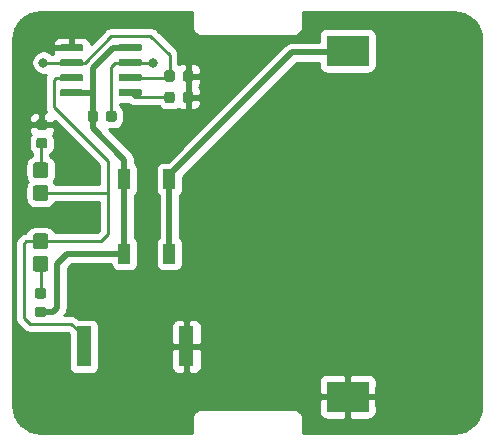
<source format=gbr>
G04 #@! TF.GenerationSoftware,KiCad,Pcbnew,(5.1.4-0-10_14)*
G04 #@! TF.CreationDate,2020-05-31T23:05:55+02:00*
G04 #@! TF.ProjectId,maskmeter,6d61736b-6d65-4746-9572-2e6b69636164,rev?*
G04 #@! TF.SameCoordinates,Original*
G04 #@! TF.FileFunction,Copper,L1,Top*
G04 #@! TF.FilePolarity,Positive*
%FSLAX46Y46*%
G04 Gerber Fmt 4.6, Leading zero omitted, Abs format (unit mm)*
G04 Created by KiCad (PCBNEW (5.1.4-0-10_14)) date 2020-05-31 23:05:55*
%MOMM*%
%LPD*%
G04 APERTURE LIST*
%ADD10R,3.600000X2.600000*%
%ADD11R,1.300000X3.400000*%
%ADD12R,1.000000X1.700000*%
%ADD13C,0.100000*%
%ADD14C,0.875000*%
%ADD15C,1.300000*%
%ADD16C,0.600000*%
%ADD17C,0.800000*%
%ADD18C,0.500000*%
%ADD19C,0.250000*%
%ADD20C,0.254000*%
G04 APERTURE END LIST*
D10*
X130000000Y-75950000D03*
X130000000Y-105250000D03*
D11*
X116350000Y-101000000D03*
X107650000Y-101000000D03*
D12*
X111100000Y-93150000D03*
X111100000Y-86850000D03*
X114900000Y-93150000D03*
X114900000Y-86850000D03*
D13*
G36*
X110227691Y-81026053D02*
G01*
X110248926Y-81029203D01*
X110269750Y-81034419D01*
X110289962Y-81041651D01*
X110309368Y-81050830D01*
X110327781Y-81061866D01*
X110345024Y-81074654D01*
X110360930Y-81089070D01*
X110375346Y-81104976D01*
X110388134Y-81122219D01*
X110399170Y-81140632D01*
X110408349Y-81160038D01*
X110415581Y-81180250D01*
X110420797Y-81201074D01*
X110423947Y-81222309D01*
X110425000Y-81243750D01*
X110425000Y-81756250D01*
X110423947Y-81777691D01*
X110420797Y-81798926D01*
X110415581Y-81819750D01*
X110408349Y-81839962D01*
X110399170Y-81859368D01*
X110388134Y-81877781D01*
X110375346Y-81895024D01*
X110360930Y-81910930D01*
X110345024Y-81925346D01*
X110327781Y-81938134D01*
X110309368Y-81949170D01*
X110289962Y-81958349D01*
X110269750Y-81965581D01*
X110248926Y-81970797D01*
X110227691Y-81973947D01*
X110206250Y-81975000D01*
X109768750Y-81975000D01*
X109747309Y-81973947D01*
X109726074Y-81970797D01*
X109705250Y-81965581D01*
X109685038Y-81958349D01*
X109665632Y-81949170D01*
X109647219Y-81938134D01*
X109629976Y-81925346D01*
X109614070Y-81910930D01*
X109599654Y-81895024D01*
X109586866Y-81877781D01*
X109575830Y-81859368D01*
X109566651Y-81839962D01*
X109559419Y-81819750D01*
X109554203Y-81798926D01*
X109551053Y-81777691D01*
X109550000Y-81756250D01*
X109550000Y-81243750D01*
X109551053Y-81222309D01*
X109554203Y-81201074D01*
X109559419Y-81180250D01*
X109566651Y-81160038D01*
X109575830Y-81140632D01*
X109586866Y-81122219D01*
X109599654Y-81104976D01*
X109614070Y-81089070D01*
X109629976Y-81074654D01*
X109647219Y-81061866D01*
X109665632Y-81050830D01*
X109685038Y-81041651D01*
X109705250Y-81034419D01*
X109726074Y-81029203D01*
X109747309Y-81026053D01*
X109768750Y-81025000D01*
X110206250Y-81025000D01*
X110227691Y-81026053D01*
X110227691Y-81026053D01*
G37*
D14*
X109987500Y-81500000D03*
D13*
G36*
X108652691Y-81026053D02*
G01*
X108673926Y-81029203D01*
X108694750Y-81034419D01*
X108714962Y-81041651D01*
X108734368Y-81050830D01*
X108752781Y-81061866D01*
X108770024Y-81074654D01*
X108785930Y-81089070D01*
X108800346Y-81104976D01*
X108813134Y-81122219D01*
X108824170Y-81140632D01*
X108833349Y-81160038D01*
X108840581Y-81180250D01*
X108845797Y-81201074D01*
X108848947Y-81222309D01*
X108850000Y-81243750D01*
X108850000Y-81756250D01*
X108848947Y-81777691D01*
X108845797Y-81798926D01*
X108840581Y-81819750D01*
X108833349Y-81839962D01*
X108824170Y-81859368D01*
X108813134Y-81877781D01*
X108800346Y-81895024D01*
X108785930Y-81910930D01*
X108770024Y-81925346D01*
X108752781Y-81938134D01*
X108734368Y-81949170D01*
X108714962Y-81958349D01*
X108694750Y-81965581D01*
X108673926Y-81970797D01*
X108652691Y-81973947D01*
X108631250Y-81975000D01*
X108193750Y-81975000D01*
X108172309Y-81973947D01*
X108151074Y-81970797D01*
X108130250Y-81965581D01*
X108110038Y-81958349D01*
X108090632Y-81949170D01*
X108072219Y-81938134D01*
X108054976Y-81925346D01*
X108039070Y-81910930D01*
X108024654Y-81895024D01*
X108011866Y-81877781D01*
X108000830Y-81859368D01*
X107991651Y-81839962D01*
X107984419Y-81819750D01*
X107979203Y-81798926D01*
X107976053Y-81777691D01*
X107975000Y-81756250D01*
X107975000Y-81243750D01*
X107976053Y-81222309D01*
X107979203Y-81201074D01*
X107984419Y-81180250D01*
X107991651Y-81160038D01*
X108000830Y-81140632D01*
X108011866Y-81122219D01*
X108024654Y-81104976D01*
X108039070Y-81089070D01*
X108054976Y-81074654D01*
X108072219Y-81061866D01*
X108090632Y-81050830D01*
X108110038Y-81041651D01*
X108130250Y-81034419D01*
X108151074Y-81029203D01*
X108172309Y-81026053D01*
X108193750Y-81025000D01*
X108631250Y-81025000D01*
X108652691Y-81026053D01*
X108652691Y-81026053D01*
G37*
D14*
X108412500Y-81500000D03*
D13*
G36*
X104277691Y-97638553D02*
G01*
X104298926Y-97641703D01*
X104319750Y-97646919D01*
X104339962Y-97654151D01*
X104359368Y-97663330D01*
X104377781Y-97674366D01*
X104395024Y-97687154D01*
X104410930Y-97701570D01*
X104425346Y-97717476D01*
X104438134Y-97734719D01*
X104449170Y-97753132D01*
X104458349Y-97772538D01*
X104465581Y-97792750D01*
X104470797Y-97813574D01*
X104473947Y-97834809D01*
X104475000Y-97856250D01*
X104475000Y-98293750D01*
X104473947Y-98315191D01*
X104470797Y-98336426D01*
X104465581Y-98357250D01*
X104458349Y-98377462D01*
X104449170Y-98396868D01*
X104438134Y-98415281D01*
X104425346Y-98432524D01*
X104410930Y-98448430D01*
X104395024Y-98462846D01*
X104377781Y-98475634D01*
X104359368Y-98486670D01*
X104339962Y-98495849D01*
X104319750Y-98503081D01*
X104298926Y-98508297D01*
X104277691Y-98511447D01*
X104256250Y-98512500D01*
X103743750Y-98512500D01*
X103722309Y-98511447D01*
X103701074Y-98508297D01*
X103680250Y-98503081D01*
X103660038Y-98495849D01*
X103640632Y-98486670D01*
X103622219Y-98475634D01*
X103604976Y-98462846D01*
X103589070Y-98448430D01*
X103574654Y-98432524D01*
X103561866Y-98415281D01*
X103550830Y-98396868D01*
X103541651Y-98377462D01*
X103534419Y-98357250D01*
X103529203Y-98336426D01*
X103526053Y-98315191D01*
X103525000Y-98293750D01*
X103525000Y-97856250D01*
X103526053Y-97834809D01*
X103529203Y-97813574D01*
X103534419Y-97792750D01*
X103541651Y-97772538D01*
X103550830Y-97753132D01*
X103561866Y-97734719D01*
X103574654Y-97717476D01*
X103589070Y-97701570D01*
X103604976Y-97687154D01*
X103622219Y-97674366D01*
X103640632Y-97663330D01*
X103660038Y-97654151D01*
X103680250Y-97646919D01*
X103701074Y-97641703D01*
X103722309Y-97638553D01*
X103743750Y-97637500D01*
X104256250Y-97637500D01*
X104277691Y-97638553D01*
X104277691Y-97638553D01*
G37*
D14*
X104000000Y-98075000D03*
D13*
G36*
X104277691Y-96063553D02*
G01*
X104298926Y-96066703D01*
X104319750Y-96071919D01*
X104339962Y-96079151D01*
X104359368Y-96088330D01*
X104377781Y-96099366D01*
X104395024Y-96112154D01*
X104410930Y-96126570D01*
X104425346Y-96142476D01*
X104438134Y-96159719D01*
X104449170Y-96178132D01*
X104458349Y-96197538D01*
X104465581Y-96217750D01*
X104470797Y-96238574D01*
X104473947Y-96259809D01*
X104475000Y-96281250D01*
X104475000Y-96718750D01*
X104473947Y-96740191D01*
X104470797Y-96761426D01*
X104465581Y-96782250D01*
X104458349Y-96802462D01*
X104449170Y-96821868D01*
X104438134Y-96840281D01*
X104425346Y-96857524D01*
X104410930Y-96873430D01*
X104395024Y-96887846D01*
X104377781Y-96900634D01*
X104359368Y-96911670D01*
X104339962Y-96920849D01*
X104319750Y-96928081D01*
X104298926Y-96933297D01*
X104277691Y-96936447D01*
X104256250Y-96937500D01*
X103743750Y-96937500D01*
X103722309Y-96936447D01*
X103701074Y-96933297D01*
X103680250Y-96928081D01*
X103660038Y-96920849D01*
X103640632Y-96911670D01*
X103622219Y-96900634D01*
X103604976Y-96887846D01*
X103589070Y-96873430D01*
X103574654Y-96857524D01*
X103561866Y-96840281D01*
X103550830Y-96821868D01*
X103541651Y-96802462D01*
X103534419Y-96782250D01*
X103529203Y-96761426D01*
X103526053Y-96740191D01*
X103525000Y-96718750D01*
X103525000Y-96281250D01*
X103526053Y-96259809D01*
X103529203Y-96238574D01*
X103534419Y-96217750D01*
X103541651Y-96197538D01*
X103550830Y-96178132D01*
X103561866Y-96159719D01*
X103574654Y-96142476D01*
X103589070Y-96126570D01*
X103604976Y-96112154D01*
X103622219Y-96099366D01*
X103640632Y-96088330D01*
X103660038Y-96079151D01*
X103680250Y-96071919D01*
X103701074Y-96066703D01*
X103722309Y-96063553D01*
X103743750Y-96062500D01*
X104256250Y-96062500D01*
X104277691Y-96063553D01*
X104277691Y-96063553D01*
G37*
D14*
X104000000Y-96500000D03*
D13*
G36*
X104377691Y-81776053D02*
G01*
X104398926Y-81779203D01*
X104419750Y-81784419D01*
X104439962Y-81791651D01*
X104459368Y-81800830D01*
X104477781Y-81811866D01*
X104495024Y-81824654D01*
X104510930Y-81839070D01*
X104525346Y-81854976D01*
X104538134Y-81872219D01*
X104549170Y-81890632D01*
X104558349Y-81910038D01*
X104565581Y-81930250D01*
X104570797Y-81951074D01*
X104573947Y-81972309D01*
X104575000Y-81993750D01*
X104575000Y-82431250D01*
X104573947Y-82452691D01*
X104570797Y-82473926D01*
X104565581Y-82494750D01*
X104558349Y-82514962D01*
X104549170Y-82534368D01*
X104538134Y-82552781D01*
X104525346Y-82570024D01*
X104510930Y-82585930D01*
X104495024Y-82600346D01*
X104477781Y-82613134D01*
X104459368Y-82624170D01*
X104439962Y-82633349D01*
X104419750Y-82640581D01*
X104398926Y-82645797D01*
X104377691Y-82648947D01*
X104356250Y-82650000D01*
X103843750Y-82650000D01*
X103822309Y-82648947D01*
X103801074Y-82645797D01*
X103780250Y-82640581D01*
X103760038Y-82633349D01*
X103740632Y-82624170D01*
X103722219Y-82613134D01*
X103704976Y-82600346D01*
X103689070Y-82585930D01*
X103674654Y-82570024D01*
X103661866Y-82552781D01*
X103650830Y-82534368D01*
X103641651Y-82514962D01*
X103634419Y-82494750D01*
X103629203Y-82473926D01*
X103626053Y-82452691D01*
X103625000Y-82431250D01*
X103625000Y-81993750D01*
X103626053Y-81972309D01*
X103629203Y-81951074D01*
X103634419Y-81930250D01*
X103641651Y-81910038D01*
X103650830Y-81890632D01*
X103661866Y-81872219D01*
X103674654Y-81854976D01*
X103689070Y-81839070D01*
X103704976Y-81824654D01*
X103722219Y-81811866D01*
X103740632Y-81800830D01*
X103760038Y-81791651D01*
X103780250Y-81784419D01*
X103801074Y-81779203D01*
X103822309Y-81776053D01*
X103843750Y-81775000D01*
X104356250Y-81775000D01*
X104377691Y-81776053D01*
X104377691Y-81776053D01*
G37*
D14*
X104100000Y-82212500D03*
D13*
G36*
X104377691Y-83351053D02*
G01*
X104398926Y-83354203D01*
X104419750Y-83359419D01*
X104439962Y-83366651D01*
X104459368Y-83375830D01*
X104477781Y-83386866D01*
X104495024Y-83399654D01*
X104510930Y-83414070D01*
X104525346Y-83429976D01*
X104538134Y-83447219D01*
X104549170Y-83465632D01*
X104558349Y-83485038D01*
X104565581Y-83505250D01*
X104570797Y-83526074D01*
X104573947Y-83547309D01*
X104575000Y-83568750D01*
X104575000Y-84006250D01*
X104573947Y-84027691D01*
X104570797Y-84048926D01*
X104565581Y-84069750D01*
X104558349Y-84089962D01*
X104549170Y-84109368D01*
X104538134Y-84127781D01*
X104525346Y-84145024D01*
X104510930Y-84160930D01*
X104495024Y-84175346D01*
X104477781Y-84188134D01*
X104459368Y-84199170D01*
X104439962Y-84208349D01*
X104419750Y-84215581D01*
X104398926Y-84220797D01*
X104377691Y-84223947D01*
X104356250Y-84225000D01*
X103843750Y-84225000D01*
X103822309Y-84223947D01*
X103801074Y-84220797D01*
X103780250Y-84215581D01*
X103760038Y-84208349D01*
X103740632Y-84199170D01*
X103722219Y-84188134D01*
X103704976Y-84175346D01*
X103689070Y-84160930D01*
X103674654Y-84145024D01*
X103661866Y-84127781D01*
X103650830Y-84109368D01*
X103641651Y-84089962D01*
X103634419Y-84069750D01*
X103629203Y-84048926D01*
X103626053Y-84027691D01*
X103625000Y-84006250D01*
X103625000Y-83568750D01*
X103626053Y-83547309D01*
X103629203Y-83526074D01*
X103634419Y-83505250D01*
X103641651Y-83485038D01*
X103650830Y-83465632D01*
X103661866Y-83447219D01*
X103674654Y-83429976D01*
X103689070Y-83414070D01*
X103704976Y-83399654D01*
X103722219Y-83386866D01*
X103740632Y-83375830D01*
X103760038Y-83366651D01*
X103780250Y-83359419D01*
X103801074Y-83354203D01*
X103822309Y-83351053D01*
X103843750Y-83350000D01*
X104356250Y-83350000D01*
X104377691Y-83351053D01*
X104377691Y-83351053D01*
G37*
D14*
X104100000Y-83787500D03*
D13*
G36*
X104424504Y-93338704D02*
G01*
X104448773Y-93342304D01*
X104472571Y-93348265D01*
X104495671Y-93356530D01*
X104517849Y-93367020D01*
X104538893Y-93379633D01*
X104558598Y-93394247D01*
X104576777Y-93410723D01*
X104593253Y-93428902D01*
X104607867Y-93448607D01*
X104620480Y-93469651D01*
X104630970Y-93491829D01*
X104639235Y-93514929D01*
X104645196Y-93538727D01*
X104648796Y-93562996D01*
X104650000Y-93587500D01*
X104650000Y-94412500D01*
X104648796Y-94437004D01*
X104645196Y-94461273D01*
X104639235Y-94485071D01*
X104630970Y-94508171D01*
X104620480Y-94530349D01*
X104607867Y-94551393D01*
X104593253Y-94571098D01*
X104576777Y-94589277D01*
X104558598Y-94605753D01*
X104538893Y-94620367D01*
X104517849Y-94632980D01*
X104495671Y-94643470D01*
X104472571Y-94651735D01*
X104448773Y-94657696D01*
X104424504Y-94661296D01*
X104400000Y-94662500D01*
X103600000Y-94662500D01*
X103575496Y-94661296D01*
X103551227Y-94657696D01*
X103527429Y-94651735D01*
X103504329Y-94643470D01*
X103482151Y-94632980D01*
X103461107Y-94620367D01*
X103441402Y-94605753D01*
X103423223Y-94589277D01*
X103406747Y-94571098D01*
X103392133Y-94551393D01*
X103379520Y-94530349D01*
X103369030Y-94508171D01*
X103360765Y-94485071D01*
X103354804Y-94461273D01*
X103351204Y-94437004D01*
X103350000Y-94412500D01*
X103350000Y-93587500D01*
X103351204Y-93562996D01*
X103354804Y-93538727D01*
X103360765Y-93514929D01*
X103369030Y-93491829D01*
X103379520Y-93469651D01*
X103392133Y-93448607D01*
X103406747Y-93428902D01*
X103423223Y-93410723D01*
X103441402Y-93394247D01*
X103461107Y-93379633D01*
X103482151Y-93367020D01*
X103504329Y-93356530D01*
X103527429Y-93348265D01*
X103551227Y-93342304D01*
X103575496Y-93338704D01*
X103600000Y-93337500D01*
X104400000Y-93337500D01*
X104424504Y-93338704D01*
X104424504Y-93338704D01*
G37*
D15*
X104000000Y-94000000D03*
D13*
G36*
X104424504Y-91413704D02*
G01*
X104448773Y-91417304D01*
X104472571Y-91423265D01*
X104495671Y-91431530D01*
X104517849Y-91442020D01*
X104538893Y-91454633D01*
X104558598Y-91469247D01*
X104576777Y-91485723D01*
X104593253Y-91503902D01*
X104607867Y-91523607D01*
X104620480Y-91544651D01*
X104630970Y-91566829D01*
X104639235Y-91589929D01*
X104645196Y-91613727D01*
X104648796Y-91637996D01*
X104650000Y-91662500D01*
X104650000Y-92487500D01*
X104648796Y-92512004D01*
X104645196Y-92536273D01*
X104639235Y-92560071D01*
X104630970Y-92583171D01*
X104620480Y-92605349D01*
X104607867Y-92626393D01*
X104593253Y-92646098D01*
X104576777Y-92664277D01*
X104558598Y-92680753D01*
X104538893Y-92695367D01*
X104517849Y-92707980D01*
X104495671Y-92718470D01*
X104472571Y-92726735D01*
X104448773Y-92732696D01*
X104424504Y-92736296D01*
X104400000Y-92737500D01*
X103600000Y-92737500D01*
X103575496Y-92736296D01*
X103551227Y-92732696D01*
X103527429Y-92726735D01*
X103504329Y-92718470D01*
X103482151Y-92707980D01*
X103461107Y-92695367D01*
X103441402Y-92680753D01*
X103423223Y-92664277D01*
X103406747Y-92646098D01*
X103392133Y-92626393D01*
X103379520Y-92605349D01*
X103369030Y-92583171D01*
X103360765Y-92560071D01*
X103354804Y-92536273D01*
X103351204Y-92512004D01*
X103350000Y-92487500D01*
X103350000Y-91662500D01*
X103351204Y-91637996D01*
X103354804Y-91613727D01*
X103360765Y-91589929D01*
X103369030Y-91566829D01*
X103379520Y-91544651D01*
X103392133Y-91523607D01*
X103406747Y-91503902D01*
X103423223Y-91485723D01*
X103441402Y-91469247D01*
X103461107Y-91454633D01*
X103482151Y-91442020D01*
X103504329Y-91431530D01*
X103527429Y-91423265D01*
X103551227Y-91417304D01*
X103575496Y-91413704D01*
X103600000Y-91412500D01*
X104400000Y-91412500D01*
X104424504Y-91413704D01*
X104424504Y-91413704D01*
G37*
D15*
X104000000Y-92075000D03*
D13*
G36*
X104424504Y-87338704D02*
G01*
X104448773Y-87342304D01*
X104472571Y-87348265D01*
X104495671Y-87356530D01*
X104517849Y-87367020D01*
X104538893Y-87379633D01*
X104558598Y-87394247D01*
X104576777Y-87410723D01*
X104593253Y-87428902D01*
X104607867Y-87448607D01*
X104620480Y-87469651D01*
X104630970Y-87491829D01*
X104639235Y-87514929D01*
X104645196Y-87538727D01*
X104648796Y-87562996D01*
X104650000Y-87587500D01*
X104650000Y-88412500D01*
X104648796Y-88437004D01*
X104645196Y-88461273D01*
X104639235Y-88485071D01*
X104630970Y-88508171D01*
X104620480Y-88530349D01*
X104607867Y-88551393D01*
X104593253Y-88571098D01*
X104576777Y-88589277D01*
X104558598Y-88605753D01*
X104538893Y-88620367D01*
X104517849Y-88632980D01*
X104495671Y-88643470D01*
X104472571Y-88651735D01*
X104448773Y-88657696D01*
X104424504Y-88661296D01*
X104400000Y-88662500D01*
X103600000Y-88662500D01*
X103575496Y-88661296D01*
X103551227Y-88657696D01*
X103527429Y-88651735D01*
X103504329Y-88643470D01*
X103482151Y-88632980D01*
X103461107Y-88620367D01*
X103441402Y-88605753D01*
X103423223Y-88589277D01*
X103406747Y-88571098D01*
X103392133Y-88551393D01*
X103379520Y-88530349D01*
X103369030Y-88508171D01*
X103360765Y-88485071D01*
X103354804Y-88461273D01*
X103351204Y-88437004D01*
X103350000Y-88412500D01*
X103350000Y-87587500D01*
X103351204Y-87562996D01*
X103354804Y-87538727D01*
X103360765Y-87514929D01*
X103369030Y-87491829D01*
X103379520Y-87469651D01*
X103392133Y-87448607D01*
X103406747Y-87428902D01*
X103423223Y-87410723D01*
X103441402Y-87394247D01*
X103461107Y-87379633D01*
X103482151Y-87367020D01*
X103504329Y-87356530D01*
X103527429Y-87348265D01*
X103551227Y-87342304D01*
X103575496Y-87338704D01*
X103600000Y-87337500D01*
X104400000Y-87337500D01*
X104424504Y-87338704D01*
X104424504Y-87338704D01*
G37*
D15*
X104000000Y-88000000D03*
D13*
G36*
X104424504Y-85413704D02*
G01*
X104448773Y-85417304D01*
X104472571Y-85423265D01*
X104495671Y-85431530D01*
X104517849Y-85442020D01*
X104538893Y-85454633D01*
X104558598Y-85469247D01*
X104576777Y-85485723D01*
X104593253Y-85503902D01*
X104607867Y-85523607D01*
X104620480Y-85544651D01*
X104630970Y-85566829D01*
X104639235Y-85589929D01*
X104645196Y-85613727D01*
X104648796Y-85637996D01*
X104650000Y-85662500D01*
X104650000Y-86487500D01*
X104648796Y-86512004D01*
X104645196Y-86536273D01*
X104639235Y-86560071D01*
X104630970Y-86583171D01*
X104620480Y-86605349D01*
X104607867Y-86626393D01*
X104593253Y-86646098D01*
X104576777Y-86664277D01*
X104558598Y-86680753D01*
X104538893Y-86695367D01*
X104517849Y-86707980D01*
X104495671Y-86718470D01*
X104472571Y-86726735D01*
X104448773Y-86732696D01*
X104424504Y-86736296D01*
X104400000Y-86737500D01*
X103600000Y-86737500D01*
X103575496Y-86736296D01*
X103551227Y-86732696D01*
X103527429Y-86726735D01*
X103504329Y-86718470D01*
X103482151Y-86707980D01*
X103461107Y-86695367D01*
X103441402Y-86680753D01*
X103423223Y-86664277D01*
X103406747Y-86646098D01*
X103392133Y-86626393D01*
X103379520Y-86605349D01*
X103369030Y-86583171D01*
X103360765Y-86560071D01*
X103354804Y-86536273D01*
X103351204Y-86512004D01*
X103350000Y-86487500D01*
X103350000Y-85662500D01*
X103351204Y-85637996D01*
X103354804Y-85613727D01*
X103360765Y-85589929D01*
X103369030Y-85566829D01*
X103379520Y-85544651D01*
X103392133Y-85523607D01*
X103406747Y-85503902D01*
X103423223Y-85485723D01*
X103441402Y-85469247D01*
X103461107Y-85454633D01*
X103482151Y-85442020D01*
X103504329Y-85431530D01*
X103527429Y-85423265D01*
X103551227Y-85417304D01*
X103575496Y-85413704D01*
X103600000Y-85412500D01*
X104400000Y-85412500D01*
X104424504Y-85413704D01*
X104424504Y-85413704D01*
G37*
D15*
X104000000Y-86075000D03*
D13*
G36*
X116727691Y-79426053D02*
G01*
X116748926Y-79429203D01*
X116769750Y-79434419D01*
X116789962Y-79441651D01*
X116809368Y-79450830D01*
X116827781Y-79461866D01*
X116845024Y-79474654D01*
X116860930Y-79489070D01*
X116875346Y-79504976D01*
X116888134Y-79522219D01*
X116899170Y-79540632D01*
X116908349Y-79560038D01*
X116915581Y-79580250D01*
X116920797Y-79601074D01*
X116923947Y-79622309D01*
X116925000Y-79643750D01*
X116925000Y-80156250D01*
X116923947Y-80177691D01*
X116920797Y-80198926D01*
X116915581Y-80219750D01*
X116908349Y-80239962D01*
X116899170Y-80259368D01*
X116888134Y-80277781D01*
X116875346Y-80295024D01*
X116860930Y-80310930D01*
X116845024Y-80325346D01*
X116827781Y-80338134D01*
X116809368Y-80349170D01*
X116789962Y-80358349D01*
X116769750Y-80365581D01*
X116748926Y-80370797D01*
X116727691Y-80373947D01*
X116706250Y-80375000D01*
X116268750Y-80375000D01*
X116247309Y-80373947D01*
X116226074Y-80370797D01*
X116205250Y-80365581D01*
X116185038Y-80358349D01*
X116165632Y-80349170D01*
X116147219Y-80338134D01*
X116129976Y-80325346D01*
X116114070Y-80310930D01*
X116099654Y-80295024D01*
X116086866Y-80277781D01*
X116075830Y-80259368D01*
X116066651Y-80239962D01*
X116059419Y-80219750D01*
X116054203Y-80198926D01*
X116051053Y-80177691D01*
X116050000Y-80156250D01*
X116050000Y-79643750D01*
X116051053Y-79622309D01*
X116054203Y-79601074D01*
X116059419Y-79580250D01*
X116066651Y-79560038D01*
X116075830Y-79540632D01*
X116086866Y-79522219D01*
X116099654Y-79504976D01*
X116114070Y-79489070D01*
X116129976Y-79474654D01*
X116147219Y-79461866D01*
X116165632Y-79450830D01*
X116185038Y-79441651D01*
X116205250Y-79434419D01*
X116226074Y-79429203D01*
X116247309Y-79426053D01*
X116268750Y-79425000D01*
X116706250Y-79425000D01*
X116727691Y-79426053D01*
X116727691Y-79426053D01*
G37*
D14*
X116487500Y-79900000D03*
D13*
G36*
X115152691Y-79426053D02*
G01*
X115173926Y-79429203D01*
X115194750Y-79434419D01*
X115214962Y-79441651D01*
X115234368Y-79450830D01*
X115252781Y-79461866D01*
X115270024Y-79474654D01*
X115285930Y-79489070D01*
X115300346Y-79504976D01*
X115313134Y-79522219D01*
X115324170Y-79540632D01*
X115333349Y-79560038D01*
X115340581Y-79580250D01*
X115345797Y-79601074D01*
X115348947Y-79622309D01*
X115350000Y-79643750D01*
X115350000Y-80156250D01*
X115348947Y-80177691D01*
X115345797Y-80198926D01*
X115340581Y-80219750D01*
X115333349Y-80239962D01*
X115324170Y-80259368D01*
X115313134Y-80277781D01*
X115300346Y-80295024D01*
X115285930Y-80310930D01*
X115270024Y-80325346D01*
X115252781Y-80338134D01*
X115234368Y-80349170D01*
X115214962Y-80358349D01*
X115194750Y-80365581D01*
X115173926Y-80370797D01*
X115152691Y-80373947D01*
X115131250Y-80375000D01*
X114693750Y-80375000D01*
X114672309Y-80373947D01*
X114651074Y-80370797D01*
X114630250Y-80365581D01*
X114610038Y-80358349D01*
X114590632Y-80349170D01*
X114572219Y-80338134D01*
X114554976Y-80325346D01*
X114539070Y-80310930D01*
X114524654Y-80295024D01*
X114511866Y-80277781D01*
X114500830Y-80259368D01*
X114491651Y-80239962D01*
X114484419Y-80219750D01*
X114479203Y-80198926D01*
X114476053Y-80177691D01*
X114475000Y-80156250D01*
X114475000Y-79643750D01*
X114476053Y-79622309D01*
X114479203Y-79601074D01*
X114484419Y-79580250D01*
X114491651Y-79560038D01*
X114500830Y-79540632D01*
X114511866Y-79522219D01*
X114524654Y-79504976D01*
X114539070Y-79489070D01*
X114554976Y-79474654D01*
X114572219Y-79461866D01*
X114590632Y-79450830D01*
X114610038Y-79441651D01*
X114630250Y-79434419D01*
X114651074Y-79429203D01*
X114672309Y-79426053D01*
X114693750Y-79425000D01*
X115131250Y-79425000D01*
X115152691Y-79426053D01*
X115152691Y-79426053D01*
G37*
D14*
X114912500Y-79900000D03*
D13*
G36*
X115152691Y-77626053D02*
G01*
X115173926Y-77629203D01*
X115194750Y-77634419D01*
X115214962Y-77641651D01*
X115234368Y-77650830D01*
X115252781Y-77661866D01*
X115270024Y-77674654D01*
X115285930Y-77689070D01*
X115300346Y-77704976D01*
X115313134Y-77722219D01*
X115324170Y-77740632D01*
X115333349Y-77760038D01*
X115340581Y-77780250D01*
X115345797Y-77801074D01*
X115348947Y-77822309D01*
X115350000Y-77843750D01*
X115350000Y-78356250D01*
X115348947Y-78377691D01*
X115345797Y-78398926D01*
X115340581Y-78419750D01*
X115333349Y-78439962D01*
X115324170Y-78459368D01*
X115313134Y-78477781D01*
X115300346Y-78495024D01*
X115285930Y-78510930D01*
X115270024Y-78525346D01*
X115252781Y-78538134D01*
X115234368Y-78549170D01*
X115214962Y-78558349D01*
X115194750Y-78565581D01*
X115173926Y-78570797D01*
X115152691Y-78573947D01*
X115131250Y-78575000D01*
X114693750Y-78575000D01*
X114672309Y-78573947D01*
X114651074Y-78570797D01*
X114630250Y-78565581D01*
X114610038Y-78558349D01*
X114590632Y-78549170D01*
X114572219Y-78538134D01*
X114554976Y-78525346D01*
X114539070Y-78510930D01*
X114524654Y-78495024D01*
X114511866Y-78477781D01*
X114500830Y-78459368D01*
X114491651Y-78439962D01*
X114484419Y-78419750D01*
X114479203Y-78398926D01*
X114476053Y-78377691D01*
X114475000Y-78356250D01*
X114475000Y-77843750D01*
X114476053Y-77822309D01*
X114479203Y-77801074D01*
X114484419Y-77780250D01*
X114491651Y-77760038D01*
X114500830Y-77740632D01*
X114511866Y-77722219D01*
X114524654Y-77704976D01*
X114539070Y-77689070D01*
X114554976Y-77674654D01*
X114572219Y-77661866D01*
X114590632Y-77650830D01*
X114610038Y-77641651D01*
X114630250Y-77634419D01*
X114651074Y-77629203D01*
X114672309Y-77626053D01*
X114693750Y-77625000D01*
X115131250Y-77625000D01*
X115152691Y-77626053D01*
X115152691Y-77626053D01*
G37*
D14*
X114912500Y-78100000D03*
D13*
G36*
X116727691Y-77626053D02*
G01*
X116748926Y-77629203D01*
X116769750Y-77634419D01*
X116789962Y-77641651D01*
X116809368Y-77650830D01*
X116827781Y-77661866D01*
X116845024Y-77674654D01*
X116860930Y-77689070D01*
X116875346Y-77704976D01*
X116888134Y-77722219D01*
X116899170Y-77740632D01*
X116908349Y-77760038D01*
X116915581Y-77780250D01*
X116920797Y-77801074D01*
X116923947Y-77822309D01*
X116925000Y-77843750D01*
X116925000Y-78356250D01*
X116923947Y-78377691D01*
X116920797Y-78398926D01*
X116915581Y-78419750D01*
X116908349Y-78439962D01*
X116899170Y-78459368D01*
X116888134Y-78477781D01*
X116875346Y-78495024D01*
X116860930Y-78510930D01*
X116845024Y-78525346D01*
X116827781Y-78538134D01*
X116809368Y-78549170D01*
X116789962Y-78558349D01*
X116769750Y-78565581D01*
X116748926Y-78570797D01*
X116727691Y-78573947D01*
X116706250Y-78575000D01*
X116268750Y-78575000D01*
X116247309Y-78573947D01*
X116226074Y-78570797D01*
X116205250Y-78565581D01*
X116185038Y-78558349D01*
X116165632Y-78549170D01*
X116147219Y-78538134D01*
X116129976Y-78525346D01*
X116114070Y-78510930D01*
X116099654Y-78495024D01*
X116086866Y-78477781D01*
X116075830Y-78459368D01*
X116066651Y-78439962D01*
X116059419Y-78419750D01*
X116054203Y-78398926D01*
X116051053Y-78377691D01*
X116050000Y-78356250D01*
X116050000Y-77843750D01*
X116051053Y-77822309D01*
X116054203Y-77801074D01*
X116059419Y-77780250D01*
X116066651Y-77760038D01*
X116075830Y-77740632D01*
X116086866Y-77722219D01*
X116099654Y-77704976D01*
X116114070Y-77689070D01*
X116129976Y-77674654D01*
X116147219Y-77661866D01*
X116165632Y-77650830D01*
X116185038Y-77641651D01*
X116205250Y-77634419D01*
X116226074Y-77629203D01*
X116247309Y-77626053D01*
X116268750Y-77625000D01*
X116706250Y-77625000D01*
X116727691Y-77626053D01*
X116727691Y-77626053D01*
G37*
D14*
X116487500Y-78100000D03*
D13*
G36*
X112414703Y-75395722D02*
G01*
X112429264Y-75397882D01*
X112443543Y-75401459D01*
X112457403Y-75406418D01*
X112470710Y-75412712D01*
X112483336Y-75420280D01*
X112495159Y-75429048D01*
X112506066Y-75438934D01*
X112515952Y-75449841D01*
X112524720Y-75461664D01*
X112532288Y-75474290D01*
X112538582Y-75487597D01*
X112543541Y-75501457D01*
X112547118Y-75515736D01*
X112549278Y-75530297D01*
X112550000Y-75545000D01*
X112550000Y-75845000D01*
X112549278Y-75859703D01*
X112547118Y-75874264D01*
X112543541Y-75888543D01*
X112538582Y-75902403D01*
X112532288Y-75915710D01*
X112524720Y-75928336D01*
X112515952Y-75940159D01*
X112506066Y-75951066D01*
X112495159Y-75960952D01*
X112483336Y-75969720D01*
X112470710Y-75977288D01*
X112457403Y-75983582D01*
X112443543Y-75988541D01*
X112429264Y-75992118D01*
X112414703Y-75994278D01*
X112400000Y-75995000D01*
X110750000Y-75995000D01*
X110735297Y-75994278D01*
X110720736Y-75992118D01*
X110706457Y-75988541D01*
X110692597Y-75983582D01*
X110679290Y-75977288D01*
X110666664Y-75969720D01*
X110654841Y-75960952D01*
X110643934Y-75951066D01*
X110634048Y-75940159D01*
X110625280Y-75928336D01*
X110617712Y-75915710D01*
X110611418Y-75902403D01*
X110606459Y-75888543D01*
X110602882Y-75874264D01*
X110600722Y-75859703D01*
X110600000Y-75845000D01*
X110600000Y-75545000D01*
X110600722Y-75530297D01*
X110602882Y-75515736D01*
X110606459Y-75501457D01*
X110611418Y-75487597D01*
X110617712Y-75474290D01*
X110625280Y-75461664D01*
X110634048Y-75449841D01*
X110643934Y-75438934D01*
X110654841Y-75429048D01*
X110666664Y-75420280D01*
X110679290Y-75412712D01*
X110692597Y-75406418D01*
X110706457Y-75401459D01*
X110720736Y-75397882D01*
X110735297Y-75395722D01*
X110750000Y-75395000D01*
X112400000Y-75395000D01*
X112414703Y-75395722D01*
X112414703Y-75395722D01*
G37*
D16*
X111575000Y-75695000D03*
D13*
G36*
X112414703Y-76665722D02*
G01*
X112429264Y-76667882D01*
X112443543Y-76671459D01*
X112457403Y-76676418D01*
X112470710Y-76682712D01*
X112483336Y-76690280D01*
X112495159Y-76699048D01*
X112506066Y-76708934D01*
X112515952Y-76719841D01*
X112524720Y-76731664D01*
X112532288Y-76744290D01*
X112538582Y-76757597D01*
X112543541Y-76771457D01*
X112547118Y-76785736D01*
X112549278Y-76800297D01*
X112550000Y-76815000D01*
X112550000Y-77115000D01*
X112549278Y-77129703D01*
X112547118Y-77144264D01*
X112543541Y-77158543D01*
X112538582Y-77172403D01*
X112532288Y-77185710D01*
X112524720Y-77198336D01*
X112515952Y-77210159D01*
X112506066Y-77221066D01*
X112495159Y-77230952D01*
X112483336Y-77239720D01*
X112470710Y-77247288D01*
X112457403Y-77253582D01*
X112443543Y-77258541D01*
X112429264Y-77262118D01*
X112414703Y-77264278D01*
X112400000Y-77265000D01*
X110750000Y-77265000D01*
X110735297Y-77264278D01*
X110720736Y-77262118D01*
X110706457Y-77258541D01*
X110692597Y-77253582D01*
X110679290Y-77247288D01*
X110666664Y-77239720D01*
X110654841Y-77230952D01*
X110643934Y-77221066D01*
X110634048Y-77210159D01*
X110625280Y-77198336D01*
X110617712Y-77185710D01*
X110611418Y-77172403D01*
X110606459Y-77158543D01*
X110602882Y-77144264D01*
X110600722Y-77129703D01*
X110600000Y-77115000D01*
X110600000Y-76815000D01*
X110600722Y-76800297D01*
X110602882Y-76785736D01*
X110606459Y-76771457D01*
X110611418Y-76757597D01*
X110617712Y-76744290D01*
X110625280Y-76731664D01*
X110634048Y-76719841D01*
X110643934Y-76708934D01*
X110654841Y-76699048D01*
X110666664Y-76690280D01*
X110679290Y-76682712D01*
X110692597Y-76676418D01*
X110706457Y-76671459D01*
X110720736Y-76667882D01*
X110735297Y-76665722D01*
X110750000Y-76665000D01*
X112400000Y-76665000D01*
X112414703Y-76665722D01*
X112414703Y-76665722D01*
G37*
D16*
X111575000Y-76965000D03*
D13*
G36*
X112414703Y-77935722D02*
G01*
X112429264Y-77937882D01*
X112443543Y-77941459D01*
X112457403Y-77946418D01*
X112470710Y-77952712D01*
X112483336Y-77960280D01*
X112495159Y-77969048D01*
X112506066Y-77978934D01*
X112515952Y-77989841D01*
X112524720Y-78001664D01*
X112532288Y-78014290D01*
X112538582Y-78027597D01*
X112543541Y-78041457D01*
X112547118Y-78055736D01*
X112549278Y-78070297D01*
X112550000Y-78085000D01*
X112550000Y-78385000D01*
X112549278Y-78399703D01*
X112547118Y-78414264D01*
X112543541Y-78428543D01*
X112538582Y-78442403D01*
X112532288Y-78455710D01*
X112524720Y-78468336D01*
X112515952Y-78480159D01*
X112506066Y-78491066D01*
X112495159Y-78500952D01*
X112483336Y-78509720D01*
X112470710Y-78517288D01*
X112457403Y-78523582D01*
X112443543Y-78528541D01*
X112429264Y-78532118D01*
X112414703Y-78534278D01*
X112400000Y-78535000D01*
X110750000Y-78535000D01*
X110735297Y-78534278D01*
X110720736Y-78532118D01*
X110706457Y-78528541D01*
X110692597Y-78523582D01*
X110679290Y-78517288D01*
X110666664Y-78509720D01*
X110654841Y-78500952D01*
X110643934Y-78491066D01*
X110634048Y-78480159D01*
X110625280Y-78468336D01*
X110617712Y-78455710D01*
X110611418Y-78442403D01*
X110606459Y-78428543D01*
X110602882Y-78414264D01*
X110600722Y-78399703D01*
X110600000Y-78385000D01*
X110600000Y-78085000D01*
X110600722Y-78070297D01*
X110602882Y-78055736D01*
X110606459Y-78041457D01*
X110611418Y-78027597D01*
X110617712Y-78014290D01*
X110625280Y-78001664D01*
X110634048Y-77989841D01*
X110643934Y-77978934D01*
X110654841Y-77969048D01*
X110666664Y-77960280D01*
X110679290Y-77952712D01*
X110692597Y-77946418D01*
X110706457Y-77941459D01*
X110720736Y-77937882D01*
X110735297Y-77935722D01*
X110750000Y-77935000D01*
X112400000Y-77935000D01*
X112414703Y-77935722D01*
X112414703Y-77935722D01*
G37*
D16*
X111575000Y-78235000D03*
D13*
G36*
X112414703Y-79205722D02*
G01*
X112429264Y-79207882D01*
X112443543Y-79211459D01*
X112457403Y-79216418D01*
X112470710Y-79222712D01*
X112483336Y-79230280D01*
X112495159Y-79239048D01*
X112506066Y-79248934D01*
X112515952Y-79259841D01*
X112524720Y-79271664D01*
X112532288Y-79284290D01*
X112538582Y-79297597D01*
X112543541Y-79311457D01*
X112547118Y-79325736D01*
X112549278Y-79340297D01*
X112550000Y-79355000D01*
X112550000Y-79655000D01*
X112549278Y-79669703D01*
X112547118Y-79684264D01*
X112543541Y-79698543D01*
X112538582Y-79712403D01*
X112532288Y-79725710D01*
X112524720Y-79738336D01*
X112515952Y-79750159D01*
X112506066Y-79761066D01*
X112495159Y-79770952D01*
X112483336Y-79779720D01*
X112470710Y-79787288D01*
X112457403Y-79793582D01*
X112443543Y-79798541D01*
X112429264Y-79802118D01*
X112414703Y-79804278D01*
X112400000Y-79805000D01*
X110750000Y-79805000D01*
X110735297Y-79804278D01*
X110720736Y-79802118D01*
X110706457Y-79798541D01*
X110692597Y-79793582D01*
X110679290Y-79787288D01*
X110666664Y-79779720D01*
X110654841Y-79770952D01*
X110643934Y-79761066D01*
X110634048Y-79750159D01*
X110625280Y-79738336D01*
X110617712Y-79725710D01*
X110611418Y-79712403D01*
X110606459Y-79698543D01*
X110602882Y-79684264D01*
X110600722Y-79669703D01*
X110600000Y-79655000D01*
X110600000Y-79355000D01*
X110600722Y-79340297D01*
X110602882Y-79325736D01*
X110606459Y-79311457D01*
X110611418Y-79297597D01*
X110617712Y-79284290D01*
X110625280Y-79271664D01*
X110634048Y-79259841D01*
X110643934Y-79248934D01*
X110654841Y-79239048D01*
X110666664Y-79230280D01*
X110679290Y-79222712D01*
X110692597Y-79216418D01*
X110706457Y-79211459D01*
X110720736Y-79207882D01*
X110735297Y-79205722D01*
X110750000Y-79205000D01*
X112400000Y-79205000D01*
X112414703Y-79205722D01*
X112414703Y-79205722D01*
G37*
D16*
X111575000Y-79505000D03*
D13*
G36*
X107464703Y-79205722D02*
G01*
X107479264Y-79207882D01*
X107493543Y-79211459D01*
X107507403Y-79216418D01*
X107520710Y-79222712D01*
X107533336Y-79230280D01*
X107545159Y-79239048D01*
X107556066Y-79248934D01*
X107565952Y-79259841D01*
X107574720Y-79271664D01*
X107582288Y-79284290D01*
X107588582Y-79297597D01*
X107593541Y-79311457D01*
X107597118Y-79325736D01*
X107599278Y-79340297D01*
X107600000Y-79355000D01*
X107600000Y-79655000D01*
X107599278Y-79669703D01*
X107597118Y-79684264D01*
X107593541Y-79698543D01*
X107588582Y-79712403D01*
X107582288Y-79725710D01*
X107574720Y-79738336D01*
X107565952Y-79750159D01*
X107556066Y-79761066D01*
X107545159Y-79770952D01*
X107533336Y-79779720D01*
X107520710Y-79787288D01*
X107507403Y-79793582D01*
X107493543Y-79798541D01*
X107479264Y-79802118D01*
X107464703Y-79804278D01*
X107450000Y-79805000D01*
X105800000Y-79805000D01*
X105785297Y-79804278D01*
X105770736Y-79802118D01*
X105756457Y-79798541D01*
X105742597Y-79793582D01*
X105729290Y-79787288D01*
X105716664Y-79779720D01*
X105704841Y-79770952D01*
X105693934Y-79761066D01*
X105684048Y-79750159D01*
X105675280Y-79738336D01*
X105667712Y-79725710D01*
X105661418Y-79712403D01*
X105656459Y-79698543D01*
X105652882Y-79684264D01*
X105650722Y-79669703D01*
X105650000Y-79655000D01*
X105650000Y-79355000D01*
X105650722Y-79340297D01*
X105652882Y-79325736D01*
X105656459Y-79311457D01*
X105661418Y-79297597D01*
X105667712Y-79284290D01*
X105675280Y-79271664D01*
X105684048Y-79259841D01*
X105693934Y-79248934D01*
X105704841Y-79239048D01*
X105716664Y-79230280D01*
X105729290Y-79222712D01*
X105742597Y-79216418D01*
X105756457Y-79211459D01*
X105770736Y-79207882D01*
X105785297Y-79205722D01*
X105800000Y-79205000D01*
X107450000Y-79205000D01*
X107464703Y-79205722D01*
X107464703Y-79205722D01*
G37*
D16*
X106625000Y-79505000D03*
D13*
G36*
X107464703Y-77935722D02*
G01*
X107479264Y-77937882D01*
X107493543Y-77941459D01*
X107507403Y-77946418D01*
X107520710Y-77952712D01*
X107533336Y-77960280D01*
X107545159Y-77969048D01*
X107556066Y-77978934D01*
X107565952Y-77989841D01*
X107574720Y-78001664D01*
X107582288Y-78014290D01*
X107588582Y-78027597D01*
X107593541Y-78041457D01*
X107597118Y-78055736D01*
X107599278Y-78070297D01*
X107600000Y-78085000D01*
X107600000Y-78385000D01*
X107599278Y-78399703D01*
X107597118Y-78414264D01*
X107593541Y-78428543D01*
X107588582Y-78442403D01*
X107582288Y-78455710D01*
X107574720Y-78468336D01*
X107565952Y-78480159D01*
X107556066Y-78491066D01*
X107545159Y-78500952D01*
X107533336Y-78509720D01*
X107520710Y-78517288D01*
X107507403Y-78523582D01*
X107493543Y-78528541D01*
X107479264Y-78532118D01*
X107464703Y-78534278D01*
X107450000Y-78535000D01*
X105800000Y-78535000D01*
X105785297Y-78534278D01*
X105770736Y-78532118D01*
X105756457Y-78528541D01*
X105742597Y-78523582D01*
X105729290Y-78517288D01*
X105716664Y-78509720D01*
X105704841Y-78500952D01*
X105693934Y-78491066D01*
X105684048Y-78480159D01*
X105675280Y-78468336D01*
X105667712Y-78455710D01*
X105661418Y-78442403D01*
X105656459Y-78428543D01*
X105652882Y-78414264D01*
X105650722Y-78399703D01*
X105650000Y-78385000D01*
X105650000Y-78085000D01*
X105650722Y-78070297D01*
X105652882Y-78055736D01*
X105656459Y-78041457D01*
X105661418Y-78027597D01*
X105667712Y-78014290D01*
X105675280Y-78001664D01*
X105684048Y-77989841D01*
X105693934Y-77978934D01*
X105704841Y-77969048D01*
X105716664Y-77960280D01*
X105729290Y-77952712D01*
X105742597Y-77946418D01*
X105756457Y-77941459D01*
X105770736Y-77937882D01*
X105785297Y-77935722D01*
X105800000Y-77935000D01*
X107450000Y-77935000D01*
X107464703Y-77935722D01*
X107464703Y-77935722D01*
G37*
D16*
X106625000Y-78235000D03*
D13*
G36*
X107464703Y-76665722D02*
G01*
X107479264Y-76667882D01*
X107493543Y-76671459D01*
X107507403Y-76676418D01*
X107520710Y-76682712D01*
X107533336Y-76690280D01*
X107545159Y-76699048D01*
X107556066Y-76708934D01*
X107565952Y-76719841D01*
X107574720Y-76731664D01*
X107582288Y-76744290D01*
X107588582Y-76757597D01*
X107593541Y-76771457D01*
X107597118Y-76785736D01*
X107599278Y-76800297D01*
X107600000Y-76815000D01*
X107600000Y-77115000D01*
X107599278Y-77129703D01*
X107597118Y-77144264D01*
X107593541Y-77158543D01*
X107588582Y-77172403D01*
X107582288Y-77185710D01*
X107574720Y-77198336D01*
X107565952Y-77210159D01*
X107556066Y-77221066D01*
X107545159Y-77230952D01*
X107533336Y-77239720D01*
X107520710Y-77247288D01*
X107507403Y-77253582D01*
X107493543Y-77258541D01*
X107479264Y-77262118D01*
X107464703Y-77264278D01*
X107450000Y-77265000D01*
X105800000Y-77265000D01*
X105785297Y-77264278D01*
X105770736Y-77262118D01*
X105756457Y-77258541D01*
X105742597Y-77253582D01*
X105729290Y-77247288D01*
X105716664Y-77239720D01*
X105704841Y-77230952D01*
X105693934Y-77221066D01*
X105684048Y-77210159D01*
X105675280Y-77198336D01*
X105667712Y-77185710D01*
X105661418Y-77172403D01*
X105656459Y-77158543D01*
X105652882Y-77144264D01*
X105650722Y-77129703D01*
X105650000Y-77115000D01*
X105650000Y-76815000D01*
X105650722Y-76800297D01*
X105652882Y-76785736D01*
X105656459Y-76771457D01*
X105661418Y-76757597D01*
X105667712Y-76744290D01*
X105675280Y-76731664D01*
X105684048Y-76719841D01*
X105693934Y-76708934D01*
X105704841Y-76699048D01*
X105716664Y-76690280D01*
X105729290Y-76682712D01*
X105742597Y-76676418D01*
X105756457Y-76671459D01*
X105770736Y-76667882D01*
X105785297Y-76665722D01*
X105800000Y-76665000D01*
X107450000Y-76665000D01*
X107464703Y-76665722D01*
X107464703Y-76665722D01*
G37*
D16*
X106625000Y-76965000D03*
D13*
G36*
X107464703Y-75395722D02*
G01*
X107479264Y-75397882D01*
X107493543Y-75401459D01*
X107507403Y-75406418D01*
X107520710Y-75412712D01*
X107533336Y-75420280D01*
X107545159Y-75429048D01*
X107556066Y-75438934D01*
X107565952Y-75449841D01*
X107574720Y-75461664D01*
X107582288Y-75474290D01*
X107588582Y-75487597D01*
X107593541Y-75501457D01*
X107597118Y-75515736D01*
X107599278Y-75530297D01*
X107600000Y-75545000D01*
X107600000Y-75845000D01*
X107599278Y-75859703D01*
X107597118Y-75874264D01*
X107593541Y-75888543D01*
X107588582Y-75902403D01*
X107582288Y-75915710D01*
X107574720Y-75928336D01*
X107565952Y-75940159D01*
X107556066Y-75951066D01*
X107545159Y-75960952D01*
X107533336Y-75969720D01*
X107520710Y-75977288D01*
X107507403Y-75983582D01*
X107493543Y-75988541D01*
X107479264Y-75992118D01*
X107464703Y-75994278D01*
X107450000Y-75995000D01*
X105800000Y-75995000D01*
X105785297Y-75994278D01*
X105770736Y-75992118D01*
X105756457Y-75988541D01*
X105742597Y-75983582D01*
X105729290Y-75977288D01*
X105716664Y-75969720D01*
X105704841Y-75960952D01*
X105693934Y-75951066D01*
X105684048Y-75940159D01*
X105675280Y-75928336D01*
X105667712Y-75915710D01*
X105661418Y-75902403D01*
X105656459Y-75888543D01*
X105652882Y-75874264D01*
X105650722Y-75859703D01*
X105650000Y-75845000D01*
X105650000Y-75545000D01*
X105650722Y-75530297D01*
X105652882Y-75515736D01*
X105656459Y-75501457D01*
X105661418Y-75487597D01*
X105667712Y-75474290D01*
X105675280Y-75461664D01*
X105684048Y-75449841D01*
X105693934Y-75438934D01*
X105704841Y-75429048D01*
X105716664Y-75420280D01*
X105729290Y-75412712D01*
X105742597Y-75406418D01*
X105756457Y-75401459D01*
X105770736Y-75397882D01*
X105785297Y-75395722D01*
X105800000Y-75395000D01*
X107450000Y-75395000D01*
X107464703Y-75395722D01*
X107464703Y-75395722D01*
G37*
D16*
X106625000Y-75695000D03*
D17*
X104235000Y-76965000D03*
X113500000Y-77000000D03*
D18*
X114900000Y-93150000D02*
X114900000Y-86850000D01*
X114900000Y-86500000D02*
X114900000Y-86850000D01*
X125300000Y-76100000D02*
X114900000Y-86500000D01*
X129850000Y-76100000D02*
X125300000Y-76100000D01*
X130000000Y-75950000D02*
X129850000Y-76100000D01*
D19*
X110000000Y-74700000D02*
X107735000Y-76965000D01*
X114912500Y-78100000D02*
X114912500Y-76312500D01*
X113300000Y-74700000D02*
X110000000Y-74700000D01*
X114912500Y-76312500D02*
X113300000Y-74700000D01*
X107735000Y-76965000D02*
X106625000Y-76965000D01*
X111575000Y-78235000D02*
X114777500Y-78235000D01*
X114777500Y-78235000D02*
X114912500Y-78100000D01*
X106625000Y-76965000D02*
X104235000Y-76965000D01*
X114375000Y-79900000D02*
X114912500Y-79900000D01*
X111970000Y-79900000D02*
X114375000Y-79900000D01*
X111575000Y-79505000D02*
X111970000Y-79900000D01*
X104000000Y-83887500D02*
X104100000Y-83787500D01*
X104000000Y-86075000D02*
X104000000Y-83887500D01*
X104000000Y-96500000D02*
X104000000Y-94000000D01*
X110335000Y-76965000D02*
X111575000Y-76965000D01*
X109987500Y-77312500D02*
X110335000Y-76965000D01*
X109987500Y-81500000D02*
X109987500Y-77312500D01*
X113465000Y-76965000D02*
X113500000Y-77000000D01*
X111575000Y-76965000D02*
X113465000Y-76965000D01*
D18*
X111100000Y-93150000D02*
X111100000Y-86850000D01*
X108400000Y-77400000D02*
X110105000Y-75695000D01*
X110105000Y-75695000D02*
X111575000Y-75695000D01*
X111100000Y-85200000D02*
X108400000Y-82500000D01*
X111100000Y-86850000D02*
X111100000Y-85200000D01*
X108400000Y-79500000D02*
X108395000Y-79505000D01*
X108395000Y-79505000D02*
X106625000Y-79505000D01*
X108400000Y-82500000D02*
X108400000Y-79500000D01*
X108400000Y-79500000D02*
X108400000Y-77400000D01*
X111100000Y-93150000D02*
X107850000Y-93150000D01*
X104000000Y-98075000D02*
X105025000Y-98075000D01*
X105025000Y-98075000D02*
X105400000Y-97700000D01*
X105400000Y-97700000D02*
X105400000Y-94000000D01*
X106250000Y-93150000D02*
X107850000Y-93150000D01*
X105400000Y-94000000D02*
X106250000Y-93150000D01*
D19*
X109700000Y-88000000D02*
X104000000Y-88000000D01*
X109700000Y-91500000D02*
X109700000Y-88000000D01*
X109100000Y-92100000D02*
X109700000Y-91500000D01*
X104025000Y-92100000D02*
X109100000Y-92100000D01*
X104000000Y-92075000D02*
X104025000Y-92100000D01*
X105100000Y-78400000D02*
X105100000Y-80700000D01*
X105265000Y-78235000D02*
X105100000Y-78400000D01*
X109700000Y-85300000D02*
X109700000Y-88000000D01*
X105100000Y-80700000D02*
X109700000Y-85300000D01*
X106625000Y-78235000D02*
X105265000Y-78235000D01*
X107650000Y-100150000D02*
X107650000Y-101000000D01*
X106600000Y-99100000D02*
X107650000Y-100150000D01*
X103100000Y-99100000D02*
X106600000Y-99100000D01*
X102600000Y-98600000D02*
X103100000Y-99100000D01*
X104000000Y-92075000D02*
X103975000Y-92100000D01*
X102600000Y-92300000D02*
X102600000Y-98600000D01*
X102800000Y-92100000D02*
X102600000Y-92300000D01*
X103975000Y-92100000D02*
X102800000Y-92100000D01*
D20*
G36*
X116815001Y-73966343D02*
G01*
X116811686Y-74000000D01*
X116824912Y-74134283D01*
X116864081Y-74263406D01*
X116927688Y-74382407D01*
X117013289Y-74486711D01*
X117117593Y-74572312D01*
X117236594Y-74635919D01*
X117365717Y-74675088D01*
X117466353Y-74685000D01*
X117500000Y-74688314D01*
X117533647Y-74685000D01*
X125466353Y-74685000D01*
X125500000Y-74688314D01*
X125533647Y-74685000D01*
X125634283Y-74675088D01*
X125763406Y-74635919D01*
X125882407Y-74572312D01*
X125986711Y-74486711D01*
X126072312Y-74382407D01*
X126135919Y-74263406D01*
X126175088Y-74134283D01*
X126188314Y-74000000D01*
X126185000Y-73966353D01*
X126185000Y-72685000D01*
X138966495Y-72685000D01*
X139449016Y-72732312D01*
X139880930Y-72862714D01*
X140279285Y-73074524D01*
X140628914Y-73359675D01*
X140916497Y-73707303D01*
X141131086Y-74104177D01*
X141264498Y-74535161D01*
X141315001Y-75015663D01*
X141315000Y-105966495D01*
X141267688Y-106449016D01*
X141137287Y-106880927D01*
X140925480Y-107279280D01*
X140640325Y-107628914D01*
X140292697Y-107916497D01*
X139895825Y-108131085D01*
X139464834Y-108264500D01*
X138984346Y-108315000D01*
X126185000Y-108315000D01*
X126185000Y-107033647D01*
X126188314Y-107000000D01*
X126175088Y-106865717D01*
X126135919Y-106736594D01*
X126072312Y-106617593D01*
X126016840Y-106550000D01*
X127561928Y-106550000D01*
X127574188Y-106674482D01*
X127610498Y-106794180D01*
X127669463Y-106904494D01*
X127748815Y-107001185D01*
X127845506Y-107080537D01*
X127955820Y-107139502D01*
X128075518Y-107175812D01*
X128200000Y-107188072D01*
X129714250Y-107185000D01*
X129873000Y-107026250D01*
X129873000Y-105377000D01*
X130127000Y-105377000D01*
X130127000Y-107026250D01*
X130285750Y-107185000D01*
X131800000Y-107188072D01*
X131924482Y-107175812D01*
X132044180Y-107139502D01*
X132154494Y-107080537D01*
X132251185Y-107001185D01*
X132330537Y-106904494D01*
X132389502Y-106794180D01*
X132425812Y-106674482D01*
X132438072Y-106550000D01*
X132435000Y-105535750D01*
X132276250Y-105377000D01*
X130127000Y-105377000D01*
X129873000Y-105377000D01*
X127723750Y-105377000D01*
X127565000Y-105535750D01*
X127561928Y-106550000D01*
X126016840Y-106550000D01*
X125986711Y-106513289D01*
X125882407Y-106427688D01*
X125763406Y-106364081D01*
X125634283Y-106324912D01*
X125533647Y-106315000D01*
X125500000Y-106311686D01*
X125466353Y-106315000D01*
X117533647Y-106315000D01*
X117500000Y-106311686D01*
X117466353Y-106315000D01*
X117365717Y-106324912D01*
X117236594Y-106364081D01*
X117117593Y-106427688D01*
X117013289Y-106513289D01*
X116927688Y-106617593D01*
X116864081Y-106736594D01*
X116824912Y-106865717D01*
X116811686Y-107000000D01*
X116815001Y-107033657D01*
X116815000Y-108315000D01*
X104033504Y-108315000D01*
X103550984Y-108267688D01*
X103119073Y-108137287D01*
X102720720Y-107925480D01*
X102371086Y-107640325D01*
X102083503Y-107292697D01*
X101868915Y-106895825D01*
X101735500Y-106464834D01*
X101685000Y-105984346D01*
X101685000Y-103950000D01*
X127561928Y-103950000D01*
X127565000Y-104964250D01*
X127723750Y-105123000D01*
X129873000Y-105123000D01*
X129873000Y-103473750D01*
X130127000Y-103473750D01*
X130127000Y-105123000D01*
X132276250Y-105123000D01*
X132435000Y-104964250D01*
X132438072Y-103950000D01*
X132425812Y-103825518D01*
X132389502Y-103705820D01*
X132330537Y-103595506D01*
X132251185Y-103498815D01*
X132154494Y-103419463D01*
X132044180Y-103360498D01*
X131924482Y-103324188D01*
X131800000Y-103311928D01*
X130285750Y-103315000D01*
X130127000Y-103473750D01*
X129873000Y-103473750D01*
X129714250Y-103315000D01*
X128200000Y-103311928D01*
X128075518Y-103324188D01*
X127955820Y-103360498D01*
X127845506Y-103419463D01*
X127748815Y-103498815D01*
X127669463Y-103595506D01*
X127610498Y-103705820D01*
X127574188Y-103825518D01*
X127561928Y-103950000D01*
X101685000Y-103950000D01*
X101685000Y-92300000D01*
X101836324Y-92300000D01*
X101840000Y-92337323D01*
X101840001Y-98562668D01*
X101836324Y-98600000D01*
X101850998Y-98748985D01*
X101894454Y-98892246D01*
X101965026Y-99024276D01*
X101990914Y-99055820D01*
X102060000Y-99140001D01*
X102088998Y-99163799D01*
X102536196Y-99610997D01*
X102559999Y-99640001D01*
X102675724Y-99734974D01*
X102807753Y-99805546D01*
X102951014Y-99849003D01*
X103062667Y-99860000D01*
X103062675Y-99860000D01*
X103100000Y-99863676D01*
X103137325Y-99860000D01*
X106285199Y-99860000D01*
X106361928Y-99936729D01*
X106361928Y-102700000D01*
X106374188Y-102824482D01*
X106410498Y-102944180D01*
X106469463Y-103054494D01*
X106548815Y-103151185D01*
X106645506Y-103230537D01*
X106755820Y-103289502D01*
X106875518Y-103325812D01*
X107000000Y-103338072D01*
X108300000Y-103338072D01*
X108424482Y-103325812D01*
X108544180Y-103289502D01*
X108654494Y-103230537D01*
X108751185Y-103151185D01*
X108830537Y-103054494D01*
X108889502Y-102944180D01*
X108925812Y-102824482D01*
X108938072Y-102700000D01*
X115061928Y-102700000D01*
X115074188Y-102824482D01*
X115110498Y-102944180D01*
X115169463Y-103054494D01*
X115248815Y-103151185D01*
X115345506Y-103230537D01*
X115455820Y-103289502D01*
X115575518Y-103325812D01*
X115700000Y-103338072D01*
X116064250Y-103335000D01*
X116223000Y-103176250D01*
X116223000Y-101127000D01*
X116477000Y-101127000D01*
X116477000Y-103176250D01*
X116635750Y-103335000D01*
X117000000Y-103338072D01*
X117124482Y-103325812D01*
X117244180Y-103289502D01*
X117354494Y-103230537D01*
X117451185Y-103151185D01*
X117530537Y-103054494D01*
X117589502Y-102944180D01*
X117625812Y-102824482D01*
X117638072Y-102700000D01*
X117635000Y-101285750D01*
X117476250Y-101127000D01*
X116477000Y-101127000D01*
X116223000Y-101127000D01*
X115223750Y-101127000D01*
X115065000Y-101285750D01*
X115061928Y-102700000D01*
X108938072Y-102700000D01*
X108938072Y-99300000D01*
X115061928Y-99300000D01*
X115065000Y-100714250D01*
X115223750Y-100873000D01*
X116223000Y-100873000D01*
X116223000Y-98823750D01*
X116477000Y-98823750D01*
X116477000Y-100873000D01*
X117476250Y-100873000D01*
X117635000Y-100714250D01*
X117638072Y-99300000D01*
X117625812Y-99175518D01*
X117589502Y-99055820D01*
X117530537Y-98945506D01*
X117451185Y-98848815D01*
X117354494Y-98769463D01*
X117244180Y-98710498D01*
X117124482Y-98674188D01*
X117000000Y-98661928D01*
X116635750Y-98665000D01*
X116477000Y-98823750D01*
X116223000Y-98823750D01*
X116064250Y-98665000D01*
X115700000Y-98661928D01*
X115575518Y-98674188D01*
X115455820Y-98710498D01*
X115345506Y-98769463D01*
X115248815Y-98848815D01*
X115169463Y-98945506D01*
X115110498Y-99055820D01*
X115074188Y-99175518D01*
X115061928Y-99300000D01*
X108938072Y-99300000D01*
X108925812Y-99175518D01*
X108889502Y-99055820D01*
X108830537Y-98945506D01*
X108751185Y-98848815D01*
X108654494Y-98769463D01*
X108544180Y-98710498D01*
X108424482Y-98674188D01*
X108300000Y-98661928D01*
X107236729Y-98661928D01*
X107163804Y-98589002D01*
X107140001Y-98559999D01*
X107024276Y-98465026D01*
X106892247Y-98394454D01*
X106748986Y-98350997D01*
X106637333Y-98340000D01*
X106637322Y-98340000D01*
X106600000Y-98336324D01*
X106562678Y-98340000D01*
X106015190Y-98340000D01*
X106028817Y-98328817D01*
X106139411Y-98194059D01*
X106221589Y-98040313D01*
X106272195Y-97873490D01*
X106285000Y-97743477D01*
X106285000Y-97743467D01*
X106289281Y-97700001D01*
X106285000Y-97656534D01*
X106285000Y-94366578D01*
X106616579Y-94035000D01*
X109965375Y-94035000D01*
X109974188Y-94124482D01*
X110010498Y-94244180D01*
X110069463Y-94354494D01*
X110148815Y-94451185D01*
X110245506Y-94530537D01*
X110355820Y-94589502D01*
X110475518Y-94625812D01*
X110600000Y-94638072D01*
X111600000Y-94638072D01*
X111724482Y-94625812D01*
X111844180Y-94589502D01*
X111954494Y-94530537D01*
X112051185Y-94451185D01*
X112130537Y-94354494D01*
X112189502Y-94244180D01*
X112225812Y-94124482D01*
X112238072Y-94000000D01*
X112238072Y-92300000D01*
X112225812Y-92175518D01*
X112189502Y-92055820D01*
X112130537Y-91945506D01*
X112051185Y-91848815D01*
X111985000Y-91794499D01*
X111985000Y-88205501D01*
X112051185Y-88151185D01*
X112130537Y-88054494D01*
X112189502Y-87944180D01*
X112225812Y-87824482D01*
X112238072Y-87700000D01*
X112238072Y-86000000D01*
X113761928Y-86000000D01*
X113761928Y-87700000D01*
X113774188Y-87824482D01*
X113810498Y-87944180D01*
X113869463Y-88054494D01*
X113948815Y-88151185D01*
X114015001Y-88205502D01*
X114015000Y-91794498D01*
X113948815Y-91848815D01*
X113869463Y-91945506D01*
X113810498Y-92055820D01*
X113774188Y-92175518D01*
X113761928Y-92300000D01*
X113761928Y-94000000D01*
X113774188Y-94124482D01*
X113810498Y-94244180D01*
X113869463Y-94354494D01*
X113948815Y-94451185D01*
X114045506Y-94530537D01*
X114155820Y-94589502D01*
X114275518Y-94625812D01*
X114400000Y-94638072D01*
X115400000Y-94638072D01*
X115524482Y-94625812D01*
X115644180Y-94589502D01*
X115754494Y-94530537D01*
X115851185Y-94451185D01*
X115930537Y-94354494D01*
X115989502Y-94244180D01*
X116025812Y-94124482D01*
X116038072Y-94000000D01*
X116038072Y-92300000D01*
X116025812Y-92175518D01*
X115989502Y-92055820D01*
X115930537Y-91945506D01*
X115851185Y-91848815D01*
X115785000Y-91794499D01*
X115785000Y-88205501D01*
X115851185Y-88151185D01*
X115930537Y-88054494D01*
X115989502Y-87944180D01*
X116025812Y-87824482D01*
X116038072Y-87700000D01*
X116038072Y-86613506D01*
X125666579Y-76985000D01*
X127561928Y-76985000D01*
X127561928Y-77250000D01*
X127574188Y-77374482D01*
X127610498Y-77494180D01*
X127669463Y-77604494D01*
X127748815Y-77701185D01*
X127845506Y-77780537D01*
X127955820Y-77839502D01*
X128075518Y-77875812D01*
X128200000Y-77888072D01*
X131800000Y-77888072D01*
X131924482Y-77875812D01*
X132044180Y-77839502D01*
X132154494Y-77780537D01*
X132251185Y-77701185D01*
X132330537Y-77604494D01*
X132389502Y-77494180D01*
X132425812Y-77374482D01*
X132438072Y-77250000D01*
X132438072Y-74650000D01*
X132425812Y-74525518D01*
X132389502Y-74405820D01*
X132330537Y-74295506D01*
X132251185Y-74198815D01*
X132154494Y-74119463D01*
X132044180Y-74060498D01*
X131924482Y-74024188D01*
X131800000Y-74011928D01*
X128200000Y-74011928D01*
X128075518Y-74024188D01*
X127955820Y-74060498D01*
X127845506Y-74119463D01*
X127748815Y-74198815D01*
X127669463Y-74295506D01*
X127610498Y-74405820D01*
X127574188Y-74525518D01*
X127561928Y-74650000D01*
X127561928Y-75215000D01*
X125343466Y-75215000D01*
X125299999Y-75210719D01*
X125256533Y-75215000D01*
X125256523Y-75215000D01*
X125126510Y-75227805D01*
X124959687Y-75278411D01*
X124805941Y-75360589D01*
X124805939Y-75360590D01*
X124805940Y-75360590D01*
X124704953Y-75443468D01*
X124704951Y-75443470D01*
X124671183Y-75471183D01*
X124643470Y-75504951D01*
X114786494Y-85361928D01*
X114400000Y-85361928D01*
X114275518Y-85374188D01*
X114155820Y-85410498D01*
X114045506Y-85469463D01*
X113948815Y-85548815D01*
X113869463Y-85645506D01*
X113810498Y-85755820D01*
X113774188Y-85875518D01*
X113761928Y-86000000D01*
X112238072Y-86000000D01*
X112225812Y-85875518D01*
X112189502Y-85755820D01*
X112130537Y-85645506D01*
X112051185Y-85548815D01*
X111985000Y-85494499D01*
X111985000Y-85243469D01*
X111989281Y-85200000D01*
X111985000Y-85156531D01*
X111985000Y-85156523D01*
X111972195Y-85026510D01*
X111921589Y-84859687D01*
X111921589Y-84859686D01*
X111839411Y-84705941D01*
X111756532Y-84604953D01*
X111756530Y-84604951D01*
X111728817Y-84571183D01*
X111695049Y-84543470D01*
X109764202Y-82612624D01*
X109768750Y-82613072D01*
X110206250Y-82613072D01*
X110373408Y-82596608D01*
X110534142Y-82547850D01*
X110682275Y-82468671D01*
X110812115Y-82362115D01*
X110918671Y-82232275D01*
X110997850Y-82084142D01*
X111046608Y-81923408D01*
X111063072Y-81756250D01*
X111063072Y-81243750D01*
X111046608Y-81076592D01*
X110997850Y-80915858D01*
X110918671Y-80767725D01*
X110812115Y-80637885D01*
X110747500Y-80584857D01*
X110747500Y-80442826D01*
X110750000Y-80443072D01*
X111433741Y-80443072D01*
X111545724Y-80534974D01*
X111677753Y-80605546D01*
X111821014Y-80649003D01*
X111932667Y-80660000D01*
X111932676Y-80660000D01*
X111969999Y-80663676D01*
X112007322Y-80660000D01*
X114004082Y-80660000D01*
X114087885Y-80762115D01*
X114217725Y-80868671D01*
X114365858Y-80947850D01*
X114526592Y-80996608D01*
X114693750Y-81013072D01*
X115131250Y-81013072D01*
X115298408Y-80996608D01*
X115459142Y-80947850D01*
X115607275Y-80868671D01*
X115628930Y-80850900D01*
X115695506Y-80905537D01*
X115805820Y-80964502D01*
X115925518Y-81000812D01*
X116050000Y-81013072D01*
X116201750Y-81010000D01*
X116360500Y-80851250D01*
X116360500Y-80027000D01*
X116614500Y-80027000D01*
X116614500Y-80851250D01*
X116773250Y-81010000D01*
X116925000Y-81013072D01*
X117049482Y-81000812D01*
X117169180Y-80964502D01*
X117279494Y-80905537D01*
X117376185Y-80826185D01*
X117455537Y-80729494D01*
X117514502Y-80619180D01*
X117550812Y-80499482D01*
X117563072Y-80375000D01*
X117560000Y-80185750D01*
X117401250Y-80027000D01*
X116614500Y-80027000D01*
X116360500Y-80027000D01*
X116340500Y-80027000D01*
X116340500Y-79773000D01*
X116360500Y-79773000D01*
X116360500Y-78227000D01*
X116614500Y-78227000D01*
X116614500Y-79773000D01*
X117401250Y-79773000D01*
X117560000Y-79614250D01*
X117563072Y-79425000D01*
X117550812Y-79300518D01*
X117514502Y-79180820D01*
X117455537Y-79070506D01*
X117397674Y-79000000D01*
X117455537Y-78929494D01*
X117514502Y-78819180D01*
X117550812Y-78699482D01*
X117563072Y-78575000D01*
X117560000Y-78385750D01*
X117401250Y-78227000D01*
X116614500Y-78227000D01*
X116360500Y-78227000D01*
X116340500Y-78227000D01*
X116340500Y-77973000D01*
X116360500Y-77973000D01*
X116360500Y-77148750D01*
X116614500Y-77148750D01*
X116614500Y-77973000D01*
X117401250Y-77973000D01*
X117560000Y-77814250D01*
X117563072Y-77625000D01*
X117550812Y-77500518D01*
X117514502Y-77380820D01*
X117455537Y-77270506D01*
X117376185Y-77173815D01*
X117279494Y-77094463D01*
X117169180Y-77035498D01*
X117049482Y-76999188D01*
X116925000Y-76986928D01*
X116773250Y-76990000D01*
X116614500Y-77148750D01*
X116360500Y-77148750D01*
X116201750Y-76990000D01*
X116050000Y-76986928D01*
X115925518Y-76999188D01*
X115805820Y-77035498D01*
X115695506Y-77094463D01*
X115672500Y-77113343D01*
X115672500Y-76349822D01*
X115676176Y-76312499D01*
X115672500Y-76275176D01*
X115672500Y-76275167D01*
X115661503Y-76163514D01*
X115618046Y-76020253D01*
X115547474Y-75888224D01*
X115452501Y-75772499D01*
X115423503Y-75748701D01*
X113863804Y-74189003D01*
X113840001Y-74159999D01*
X113724276Y-74065026D01*
X113592247Y-73994454D01*
X113448986Y-73950997D01*
X113337333Y-73940000D01*
X113337322Y-73940000D01*
X113300000Y-73936324D01*
X113262678Y-73940000D01*
X110037325Y-73940000D01*
X110000000Y-73936324D01*
X109962675Y-73940000D01*
X109962667Y-73940000D01*
X109851014Y-73950997D01*
X109707753Y-73994454D01*
X109575724Y-74065026D01*
X109459999Y-74159999D01*
X109436201Y-74188997D01*
X108237366Y-75387832D01*
X108225812Y-75270518D01*
X108189502Y-75150820D01*
X108130537Y-75040506D01*
X108051185Y-74943815D01*
X107954494Y-74864463D01*
X107844180Y-74805498D01*
X107724482Y-74769188D01*
X107600000Y-74756928D01*
X106910750Y-74760000D01*
X106752000Y-74918750D01*
X106752000Y-75568000D01*
X106772000Y-75568000D01*
X106772000Y-75822000D01*
X106752000Y-75822000D01*
X106752000Y-75842000D01*
X106498000Y-75842000D01*
X106498000Y-75822000D01*
X105173750Y-75822000D01*
X105015000Y-75980750D01*
X105011928Y-75995000D01*
X105024188Y-76119482D01*
X105050130Y-76205000D01*
X104938711Y-76205000D01*
X104894774Y-76161063D01*
X104725256Y-76047795D01*
X104536898Y-75969774D01*
X104336939Y-75930000D01*
X104133061Y-75930000D01*
X103933102Y-75969774D01*
X103744744Y-76047795D01*
X103575226Y-76161063D01*
X103431063Y-76305226D01*
X103317795Y-76474744D01*
X103239774Y-76663102D01*
X103200000Y-76863061D01*
X103200000Y-77066939D01*
X103239774Y-77266898D01*
X103317795Y-77455256D01*
X103431063Y-77624774D01*
X103575226Y-77768937D01*
X103744744Y-77882205D01*
X103933102Y-77960226D01*
X104133061Y-78000000D01*
X104336939Y-78000000D01*
X104466205Y-77974288D01*
X104465026Y-77975724D01*
X104411333Y-78076176D01*
X104394454Y-78107754D01*
X104350997Y-78251015D01*
X104340000Y-78362668D01*
X104340000Y-78362678D01*
X104336324Y-78400000D01*
X104340000Y-78437323D01*
X104340001Y-80662668D01*
X104336324Y-80700000D01*
X104350998Y-80848985D01*
X104394454Y-80992246D01*
X104465026Y-81124276D01*
X104476719Y-81138523D01*
X104385750Y-81140000D01*
X104227000Y-81298750D01*
X104227000Y-82085500D01*
X105051250Y-82085500D01*
X105210000Y-81926750D01*
X105210832Y-81885634D01*
X108940000Y-85614803D01*
X108940001Y-87240000D01*
X105216383Y-87240000D01*
X105138405Y-87094114D01*
X105091943Y-87037500D01*
X105138405Y-86980886D01*
X105220472Y-86827350D01*
X105271008Y-86660754D01*
X105288072Y-86487500D01*
X105288072Y-85662500D01*
X105271008Y-85489246D01*
X105220472Y-85322650D01*
X105138405Y-85169114D01*
X105027962Y-85034538D01*
X104893386Y-84924095D01*
X104760000Y-84852798D01*
X104760000Y-84757303D01*
X104832275Y-84718671D01*
X104962115Y-84612115D01*
X105068671Y-84482275D01*
X105147850Y-84334142D01*
X105196608Y-84173408D01*
X105213072Y-84006250D01*
X105213072Y-83568750D01*
X105196608Y-83401592D01*
X105147850Y-83240858D01*
X105068671Y-83092725D01*
X105050900Y-83071070D01*
X105105537Y-83004494D01*
X105164502Y-82894180D01*
X105200812Y-82774482D01*
X105213072Y-82650000D01*
X105210000Y-82498250D01*
X105051250Y-82339500D01*
X104227000Y-82339500D01*
X104227000Y-82359500D01*
X103973000Y-82359500D01*
X103973000Y-82339500D01*
X103148750Y-82339500D01*
X102990000Y-82498250D01*
X102986928Y-82650000D01*
X102999188Y-82774482D01*
X103035498Y-82894180D01*
X103094463Y-83004494D01*
X103149100Y-83071070D01*
X103131329Y-83092725D01*
X103052150Y-83240858D01*
X103003392Y-83401592D01*
X102986928Y-83568750D01*
X102986928Y-84006250D01*
X103003392Y-84173408D01*
X103052150Y-84334142D01*
X103131329Y-84482275D01*
X103237885Y-84612115D01*
X103240001Y-84613851D01*
X103240001Y-84852798D01*
X103106614Y-84924095D01*
X102972038Y-85034538D01*
X102861595Y-85169114D01*
X102779528Y-85322650D01*
X102728992Y-85489246D01*
X102711928Y-85662500D01*
X102711928Y-86487500D01*
X102728992Y-86660754D01*
X102779528Y-86827350D01*
X102861595Y-86980886D01*
X102908057Y-87037500D01*
X102861595Y-87094114D01*
X102779528Y-87247650D01*
X102728992Y-87414246D01*
X102711928Y-87587500D01*
X102711928Y-88412500D01*
X102728992Y-88585754D01*
X102779528Y-88752350D01*
X102861595Y-88905886D01*
X102972038Y-89040462D01*
X103106614Y-89150905D01*
X103260150Y-89232972D01*
X103426746Y-89283508D01*
X103600000Y-89300572D01*
X104400000Y-89300572D01*
X104573254Y-89283508D01*
X104739850Y-89232972D01*
X104893386Y-89150905D01*
X105027962Y-89040462D01*
X105138405Y-88905886D01*
X105216383Y-88760000D01*
X108940001Y-88760000D01*
X108940000Y-91185198D01*
X108785199Y-91340000D01*
X105225735Y-91340000D01*
X105220472Y-91322650D01*
X105138405Y-91169114D01*
X105027962Y-91034538D01*
X104893386Y-90924095D01*
X104739850Y-90842028D01*
X104573254Y-90791492D01*
X104400000Y-90774428D01*
X103600000Y-90774428D01*
X103426746Y-90791492D01*
X103260150Y-90842028D01*
X103106614Y-90924095D01*
X102972038Y-91034538D01*
X102861595Y-91169114D01*
X102779528Y-91322650D01*
X102774622Y-91338823D01*
X102762675Y-91340000D01*
X102762667Y-91340000D01*
X102651014Y-91350997D01*
X102507753Y-91394454D01*
X102375724Y-91465026D01*
X102259999Y-91559999D01*
X102236196Y-91589003D01*
X102089003Y-91736196D01*
X102059999Y-91759999D01*
X102020809Y-91807753D01*
X101965026Y-91875724D01*
X101924782Y-91951015D01*
X101894454Y-92007754D01*
X101850997Y-92151015D01*
X101840000Y-92262668D01*
X101840000Y-92262678D01*
X101836324Y-92300000D01*
X101685000Y-92300000D01*
X101685000Y-81775000D01*
X102986928Y-81775000D01*
X102990000Y-81926750D01*
X103148750Y-82085500D01*
X103973000Y-82085500D01*
X103973000Y-81298750D01*
X103814250Y-81140000D01*
X103625000Y-81136928D01*
X103500518Y-81149188D01*
X103380820Y-81185498D01*
X103270506Y-81244463D01*
X103173815Y-81323815D01*
X103094463Y-81420506D01*
X103035498Y-81530820D01*
X102999188Y-81650518D01*
X102986928Y-81775000D01*
X101685000Y-81775000D01*
X101685000Y-75395000D01*
X105011928Y-75395000D01*
X105015000Y-75409250D01*
X105173750Y-75568000D01*
X106498000Y-75568000D01*
X106498000Y-74918750D01*
X106339250Y-74760000D01*
X105650000Y-74756928D01*
X105525518Y-74769188D01*
X105405820Y-74805498D01*
X105295506Y-74864463D01*
X105198815Y-74943815D01*
X105119463Y-75040506D01*
X105060498Y-75150820D01*
X105024188Y-75270518D01*
X105011928Y-75395000D01*
X101685000Y-75395000D01*
X101685000Y-75033505D01*
X101732312Y-74550984D01*
X101862714Y-74119070D01*
X102074524Y-73720715D01*
X102359675Y-73371086D01*
X102707303Y-73083503D01*
X103104177Y-72868914D01*
X103535161Y-72735502D01*
X104015654Y-72685000D01*
X116815000Y-72685000D01*
X116815001Y-73966343D01*
X116815001Y-73966343D01*
G37*
X116815001Y-73966343D02*
X116811686Y-74000000D01*
X116824912Y-74134283D01*
X116864081Y-74263406D01*
X116927688Y-74382407D01*
X117013289Y-74486711D01*
X117117593Y-74572312D01*
X117236594Y-74635919D01*
X117365717Y-74675088D01*
X117466353Y-74685000D01*
X117500000Y-74688314D01*
X117533647Y-74685000D01*
X125466353Y-74685000D01*
X125500000Y-74688314D01*
X125533647Y-74685000D01*
X125634283Y-74675088D01*
X125763406Y-74635919D01*
X125882407Y-74572312D01*
X125986711Y-74486711D01*
X126072312Y-74382407D01*
X126135919Y-74263406D01*
X126175088Y-74134283D01*
X126188314Y-74000000D01*
X126185000Y-73966353D01*
X126185000Y-72685000D01*
X138966495Y-72685000D01*
X139449016Y-72732312D01*
X139880930Y-72862714D01*
X140279285Y-73074524D01*
X140628914Y-73359675D01*
X140916497Y-73707303D01*
X141131086Y-74104177D01*
X141264498Y-74535161D01*
X141315001Y-75015663D01*
X141315000Y-105966495D01*
X141267688Y-106449016D01*
X141137287Y-106880927D01*
X140925480Y-107279280D01*
X140640325Y-107628914D01*
X140292697Y-107916497D01*
X139895825Y-108131085D01*
X139464834Y-108264500D01*
X138984346Y-108315000D01*
X126185000Y-108315000D01*
X126185000Y-107033647D01*
X126188314Y-107000000D01*
X126175088Y-106865717D01*
X126135919Y-106736594D01*
X126072312Y-106617593D01*
X126016840Y-106550000D01*
X127561928Y-106550000D01*
X127574188Y-106674482D01*
X127610498Y-106794180D01*
X127669463Y-106904494D01*
X127748815Y-107001185D01*
X127845506Y-107080537D01*
X127955820Y-107139502D01*
X128075518Y-107175812D01*
X128200000Y-107188072D01*
X129714250Y-107185000D01*
X129873000Y-107026250D01*
X129873000Y-105377000D01*
X130127000Y-105377000D01*
X130127000Y-107026250D01*
X130285750Y-107185000D01*
X131800000Y-107188072D01*
X131924482Y-107175812D01*
X132044180Y-107139502D01*
X132154494Y-107080537D01*
X132251185Y-107001185D01*
X132330537Y-106904494D01*
X132389502Y-106794180D01*
X132425812Y-106674482D01*
X132438072Y-106550000D01*
X132435000Y-105535750D01*
X132276250Y-105377000D01*
X130127000Y-105377000D01*
X129873000Y-105377000D01*
X127723750Y-105377000D01*
X127565000Y-105535750D01*
X127561928Y-106550000D01*
X126016840Y-106550000D01*
X125986711Y-106513289D01*
X125882407Y-106427688D01*
X125763406Y-106364081D01*
X125634283Y-106324912D01*
X125533647Y-106315000D01*
X125500000Y-106311686D01*
X125466353Y-106315000D01*
X117533647Y-106315000D01*
X117500000Y-106311686D01*
X117466353Y-106315000D01*
X117365717Y-106324912D01*
X117236594Y-106364081D01*
X117117593Y-106427688D01*
X117013289Y-106513289D01*
X116927688Y-106617593D01*
X116864081Y-106736594D01*
X116824912Y-106865717D01*
X116811686Y-107000000D01*
X116815001Y-107033657D01*
X116815000Y-108315000D01*
X104033504Y-108315000D01*
X103550984Y-108267688D01*
X103119073Y-108137287D01*
X102720720Y-107925480D01*
X102371086Y-107640325D01*
X102083503Y-107292697D01*
X101868915Y-106895825D01*
X101735500Y-106464834D01*
X101685000Y-105984346D01*
X101685000Y-103950000D01*
X127561928Y-103950000D01*
X127565000Y-104964250D01*
X127723750Y-105123000D01*
X129873000Y-105123000D01*
X129873000Y-103473750D01*
X130127000Y-103473750D01*
X130127000Y-105123000D01*
X132276250Y-105123000D01*
X132435000Y-104964250D01*
X132438072Y-103950000D01*
X132425812Y-103825518D01*
X132389502Y-103705820D01*
X132330537Y-103595506D01*
X132251185Y-103498815D01*
X132154494Y-103419463D01*
X132044180Y-103360498D01*
X131924482Y-103324188D01*
X131800000Y-103311928D01*
X130285750Y-103315000D01*
X130127000Y-103473750D01*
X129873000Y-103473750D01*
X129714250Y-103315000D01*
X128200000Y-103311928D01*
X128075518Y-103324188D01*
X127955820Y-103360498D01*
X127845506Y-103419463D01*
X127748815Y-103498815D01*
X127669463Y-103595506D01*
X127610498Y-103705820D01*
X127574188Y-103825518D01*
X127561928Y-103950000D01*
X101685000Y-103950000D01*
X101685000Y-92300000D01*
X101836324Y-92300000D01*
X101840000Y-92337323D01*
X101840001Y-98562668D01*
X101836324Y-98600000D01*
X101850998Y-98748985D01*
X101894454Y-98892246D01*
X101965026Y-99024276D01*
X101990914Y-99055820D01*
X102060000Y-99140001D01*
X102088998Y-99163799D01*
X102536196Y-99610997D01*
X102559999Y-99640001D01*
X102675724Y-99734974D01*
X102807753Y-99805546D01*
X102951014Y-99849003D01*
X103062667Y-99860000D01*
X103062675Y-99860000D01*
X103100000Y-99863676D01*
X103137325Y-99860000D01*
X106285199Y-99860000D01*
X106361928Y-99936729D01*
X106361928Y-102700000D01*
X106374188Y-102824482D01*
X106410498Y-102944180D01*
X106469463Y-103054494D01*
X106548815Y-103151185D01*
X106645506Y-103230537D01*
X106755820Y-103289502D01*
X106875518Y-103325812D01*
X107000000Y-103338072D01*
X108300000Y-103338072D01*
X108424482Y-103325812D01*
X108544180Y-103289502D01*
X108654494Y-103230537D01*
X108751185Y-103151185D01*
X108830537Y-103054494D01*
X108889502Y-102944180D01*
X108925812Y-102824482D01*
X108938072Y-102700000D01*
X115061928Y-102700000D01*
X115074188Y-102824482D01*
X115110498Y-102944180D01*
X115169463Y-103054494D01*
X115248815Y-103151185D01*
X115345506Y-103230537D01*
X115455820Y-103289502D01*
X115575518Y-103325812D01*
X115700000Y-103338072D01*
X116064250Y-103335000D01*
X116223000Y-103176250D01*
X116223000Y-101127000D01*
X116477000Y-101127000D01*
X116477000Y-103176250D01*
X116635750Y-103335000D01*
X117000000Y-103338072D01*
X117124482Y-103325812D01*
X117244180Y-103289502D01*
X117354494Y-103230537D01*
X117451185Y-103151185D01*
X117530537Y-103054494D01*
X117589502Y-102944180D01*
X117625812Y-102824482D01*
X117638072Y-102700000D01*
X117635000Y-101285750D01*
X117476250Y-101127000D01*
X116477000Y-101127000D01*
X116223000Y-101127000D01*
X115223750Y-101127000D01*
X115065000Y-101285750D01*
X115061928Y-102700000D01*
X108938072Y-102700000D01*
X108938072Y-99300000D01*
X115061928Y-99300000D01*
X115065000Y-100714250D01*
X115223750Y-100873000D01*
X116223000Y-100873000D01*
X116223000Y-98823750D01*
X116477000Y-98823750D01*
X116477000Y-100873000D01*
X117476250Y-100873000D01*
X117635000Y-100714250D01*
X117638072Y-99300000D01*
X117625812Y-99175518D01*
X117589502Y-99055820D01*
X117530537Y-98945506D01*
X117451185Y-98848815D01*
X117354494Y-98769463D01*
X117244180Y-98710498D01*
X117124482Y-98674188D01*
X117000000Y-98661928D01*
X116635750Y-98665000D01*
X116477000Y-98823750D01*
X116223000Y-98823750D01*
X116064250Y-98665000D01*
X115700000Y-98661928D01*
X115575518Y-98674188D01*
X115455820Y-98710498D01*
X115345506Y-98769463D01*
X115248815Y-98848815D01*
X115169463Y-98945506D01*
X115110498Y-99055820D01*
X115074188Y-99175518D01*
X115061928Y-99300000D01*
X108938072Y-99300000D01*
X108925812Y-99175518D01*
X108889502Y-99055820D01*
X108830537Y-98945506D01*
X108751185Y-98848815D01*
X108654494Y-98769463D01*
X108544180Y-98710498D01*
X108424482Y-98674188D01*
X108300000Y-98661928D01*
X107236729Y-98661928D01*
X107163804Y-98589002D01*
X107140001Y-98559999D01*
X107024276Y-98465026D01*
X106892247Y-98394454D01*
X106748986Y-98350997D01*
X106637333Y-98340000D01*
X106637322Y-98340000D01*
X106600000Y-98336324D01*
X106562678Y-98340000D01*
X106015190Y-98340000D01*
X106028817Y-98328817D01*
X106139411Y-98194059D01*
X106221589Y-98040313D01*
X106272195Y-97873490D01*
X106285000Y-97743477D01*
X106285000Y-97743467D01*
X106289281Y-97700001D01*
X106285000Y-97656534D01*
X106285000Y-94366578D01*
X106616579Y-94035000D01*
X109965375Y-94035000D01*
X109974188Y-94124482D01*
X110010498Y-94244180D01*
X110069463Y-94354494D01*
X110148815Y-94451185D01*
X110245506Y-94530537D01*
X110355820Y-94589502D01*
X110475518Y-94625812D01*
X110600000Y-94638072D01*
X111600000Y-94638072D01*
X111724482Y-94625812D01*
X111844180Y-94589502D01*
X111954494Y-94530537D01*
X112051185Y-94451185D01*
X112130537Y-94354494D01*
X112189502Y-94244180D01*
X112225812Y-94124482D01*
X112238072Y-94000000D01*
X112238072Y-92300000D01*
X112225812Y-92175518D01*
X112189502Y-92055820D01*
X112130537Y-91945506D01*
X112051185Y-91848815D01*
X111985000Y-91794499D01*
X111985000Y-88205501D01*
X112051185Y-88151185D01*
X112130537Y-88054494D01*
X112189502Y-87944180D01*
X112225812Y-87824482D01*
X112238072Y-87700000D01*
X112238072Y-86000000D01*
X113761928Y-86000000D01*
X113761928Y-87700000D01*
X113774188Y-87824482D01*
X113810498Y-87944180D01*
X113869463Y-88054494D01*
X113948815Y-88151185D01*
X114015001Y-88205502D01*
X114015000Y-91794498D01*
X113948815Y-91848815D01*
X113869463Y-91945506D01*
X113810498Y-92055820D01*
X113774188Y-92175518D01*
X113761928Y-92300000D01*
X113761928Y-94000000D01*
X113774188Y-94124482D01*
X113810498Y-94244180D01*
X113869463Y-94354494D01*
X113948815Y-94451185D01*
X114045506Y-94530537D01*
X114155820Y-94589502D01*
X114275518Y-94625812D01*
X114400000Y-94638072D01*
X115400000Y-94638072D01*
X115524482Y-94625812D01*
X115644180Y-94589502D01*
X115754494Y-94530537D01*
X115851185Y-94451185D01*
X115930537Y-94354494D01*
X115989502Y-94244180D01*
X116025812Y-94124482D01*
X116038072Y-94000000D01*
X116038072Y-92300000D01*
X116025812Y-92175518D01*
X115989502Y-92055820D01*
X115930537Y-91945506D01*
X115851185Y-91848815D01*
X115785000Y-91794499D01*
X115785000Y-88205501D01*
X115851185Y-88151185D01*
X115930537Y-88054494D01*
X115989502Y-87944180D01*
X116025812Y-87824482D01*
X116038072Y-87700000D01*
X116038072Y-86613506D01*
X125666579Y-76985000D01*
X127561928Y-76985000D01*
X127561928Y-77250000D01*
X127574188Y-77374482D01*
X127610498Y-77494180D01*
X127669463Y-77604494D01*
X127748815Y-77701185D01*
X127845506Y-77780537D01*
X127955820Y-77839502D01*
X128075518Y-77875812D01*
X128200000Y-77888072D01*
X131800000Y-77888072D01*
X131924482Y-77875812D01*
X132044180Y-77839502D01*
X132154494Y-77780537D01*
X132251185Y-77701185D01*
X132330537Y-77604494D01*
X132389502Y-77494180D01*
X132425812Y-77374482D01*
X132438072Y-77250000D01*
X132438072Y-74650000D01*
X132425812Y-74525518D01*
X132389502Y-74405820D01*
X132330537Y-74295506D01*
X132251185Y-74198815D01*
X132154494Y-74119463D01*
X132044180Y-74060498D01*
X131924482Y-74024188D01*
X131800000Y-74011928D01*
X128200000Y-74011928D01*
X128075518Y-74024188D01*
X127955820Y-74060498D01*
X127845506Y-74119463D01*
X127748815Y-74198815D01*
X127669463Y-74295506D01*
X127610498Y-74405820D01*
X127574188Y-74525518D01*
X127561928Y-74650000D01*
X127561928Y-75215000D01*
X125343466Y-75215000D01*
X125299999Y-75210719D01*
X125256533Y-75215000D01*
X125256523Y-75215000D01*
X125126510Y-75227805D01*
X124959687Y-75278411D01*
X124805941Y-75360589D01*
X124805939Y-75360590D01*
X124805940Y-75360590D01*
X124704953Y-75443468D01*
X124704951Y-75443470D01*
X124671183Y-75471183D01*
X124643470Y-75504951D01*
X114786494Y-85361928D01*
X114400000Y-85361928D01*
X114275518Y-85374188D01*
X114155820Y-85410498D01*
X114045506Y-85469463D01*
X113948815Y-85548815D01*
X113869463Y-85645506D01*
X113810498Y-85755820D01*
X113774188Y-85875518D01*
X113761928Y-86000000D01*
X112238072Y-86000000D01*
X112225812Y-85875518D01*
X112189502Y-85755820D01*
X112130537Y-85645506D01*
X112051185Y-85548815D01*
X111985000Y-85494499D01*
X111985000Y-85243469D01*
X111989281Y-85200000D01*
X111985000Y-85156531D01*
X111985000Y-85156523D01*
X111972195Y-85026510D01*
X111921589Y-84859687D01*
X111921589Y-84859686D01*
X111839411Y-84705941D01*
X111756532Y-84604953D01*
X111756530Y-84604951D01*
X111728817Y-84571183D01*
X111695049Y-84543470D01*
X109764202Y-82612624D01*
X109768750Y-82613072D01*
X110206250Y-82613072D01*
X110373408Y-82596608D01*
X110534142Y-82547850D01*
X110682275Y-82468671D01*
X110812115Y-82362115D01*
X110918671Y-82232275D01*
X110997850Y-82084142D01*
X111046608Y-81923408D01*
X111063072Y-81756250D01*
X111063072Y-81243750D01*
X111046608Y-81076592D01*
X110997850Y-80915858D01*
X110918671Y-80767725D01*
X110812115Y-80637885D01*
X110747500Y-80584857D01*
X110747500Y-80442826D01*
X110750000Y-80443072D01*
X111433741Y-80443072D01*
X111545724Y-80534974D01*
X111677753Y-80605546D01*
X111821014Y-80649003D01*
X111932667Y-80660000D01*
X111932676Y-80660000D01*
X111969999Y-80663676D01*
X112007322Y-80660000D01*
X114004082Y-80660000D01*
X114087885Y-80762115D01*
X114217725Y-80868671D01*
X114365858Y-80947850D01*
X114526592Y-80996608D01*
X114693750Y-81013072D01*
X115131250Y-81013072D01*
X115298408Y-80996608D01*
X115459142Y-80947850D01*
X115607275Y-80868671D01*
X115628930Y-80850900D01*
X115695506Y-80905537D01*
X115805820Y-80964502D01*
X115925518Y-81000812D01*
X116050000Y-81013072D01*
X116201750Y-81010000D01*
X116360500Y-80851250D01*
X116360500Y-80027000D01*
X116614500Y-80027000D01*
X116614500Y-80851250D01*
X116773250Y-81010000D01*
X116925000Y-81013072D01*
X117049482Y-81000812D01*
X117169180Y-80964502D01*
X117279494Y-80905537D01*
X117376185Y-80826185D01*
X117455537Y-80729494D01*
X117514502Y-80619180D01*
X117550812Y-80499482D01*
X117563072Y-80375000D01*
X117560000Y-80185750D01*
X117401250Y-80027000D01*
X116614500Y-80027000D01*
X116360500Y-80027000D01*
X116340500Y-80027000D01*
X116340500Y-79773000D01*
X116360500Y-79773000D01*
X116360500Y-78227000D01*
X116614500Y-78227000D01*
X116614500Y-79773000D01*
X117401250Y-79773000D01*
X117560000Y-79614250D01*
X117563072Y-79425000D01*
X117550812Y-79300518D01*
X117514502Y-79180820D01*
X117455537Y-79070506D01*
X117397674Y-79000000D01*
X117455537Y-78929494D01*
X117514502Y-78819180D01*
X117550812Y-78699482D01*
X117563072Y-78575000D01*
X117560000Y-78385750D01*
X117401250Y-78227000D01*
X116614500Y-78227000D01*
X116360500Y-78227000D01*
X116340500Y-78227000D01*
X116340500Y-77973000D01*
X116360500Y-77973000D01*
X116360500Y-77148750D01*
X116614500Y-77148750D01*
X116614500Y-77973000D01*
X117401250Y-77973000D01*
X117560000Y-77814250D01*
X117563072Y-77625000D01*
X117550812Y-77500518D01*
X117514502Y-77380820D01*
X117455537Y-77270506D01*
X117376185Y-77173815D01*
X117279494Y-77094463D01*
X117169180Y-77035498D01*
X117049482Y-76999188D01*
X116925000Y-76986928D01*
X116773250Y-76990000D01*
X116614500Y-77148750D01*
X116360500Y-77148750D01*
X116201750Y-76990000D01*
X116050000Y-76986928D01*
X115925518Y-76999188D01*
X115805820Y-77035498D01*
X115695506Y-77094463D01*
X115672500Y-77113343D01*
X115672500Y-76349822D01*
X115676176Y-76312499D01*
X115672500Y-76275176D01*
X115672500Y-76275167D01*
X115661503Y-76163514D01*
X115618046Y-76020253D01*
X115547474Y-75888224D01*
X115452501Y-75772499D01*
X115423503Y-75748701D01*
X113863804Y-74189003D01*
X113840001Y-74159999D01*
X113724276Y-74065026D01*
X113592247Y-73994454D01*
X113448986Y-73950997D01*
X113337333Y-73940000D01*
X113337322Y-73940000D01*
X113300000Y-73936324D01*
X113262678Y-73940000D01*
X110037325Y-73940000D01*
X110000000Y-73936324D01*
X109962675Y-73940000D01*
X109962667Y-73940000D01*
X109851014Y-73950997D01*
X109707753Y-73994454D01*
X109575724Y-74065026D01*
X109459999Y-74159999D01*
X109436201Y-74188997D01*
X108237366Y-75387832D01*
X108225812Y-75270518D01*
X108189502Y-75150820D01*
X108130537Y-75040506D01*
X108051185Y-74943815D01*
X107954494Y-74864463D01*
X107844180Y-74805498D01*
X107724482Y-74769188D01*
X107600000Y-74756928D01*
X106910750Y-74760000D01*
X106752000Y-74918750D01*
X106752000Y-75568000D01*
X106772000Y-75568000D01*
X106772000Y-75822000D01*
X106752000Y-75822000D01*
X106752000Y-75842000D01*
X106498000Y-75842000D01*
X106498000Y-75822000D01*
X105173750Y-75822000D01*
X105015000Y-75980750D01*
X105011928Y-75995000D01*
X105024188Y-76119482D01*
X105050130Y-76205000D01*
X104938711Y-76205000D01*
X104894774Y-76161063D01*
X104725256Y-76047795D01*
X104536898Y-75969774D01*
X104336939Y-75930000D01*
X104133061Y-75930000D01*
X103933102Y-75969774D01*
X103744744Y-76047795D01*
X103575226Y-76161063D01*
X103431063Y-76305226D01*
X103317795Y-76474744D01*
X103239774Y-76663102D01*
X103200000Y-76863061D01*
X103200000Y-77066939D01*
X103239774Y-77266898D01*
X103317795Y-77455256D01*
X103431063Y-77624774D01*
X103575226Y-77768937D01*
X103744744Y-77882205D01*
X103933102Y-77960226D01*
X104133061Y-78000000D01*
X104336939Y-78000000D01*
X104466205Y-77974288D01*
X104465026Y-77975724D01*
X104411333Y-78076176D01*
X104394454Y-78107754D01*
X104350997Y-78251015D01*
X104340000Y-78362668D01*
X104340000Y-78362678D01*
X104336324Y-78400000D01*
X104340000Y-78437323D01*
X104340001Y-80662668D01*
X104336324Y-80700000D01*
X104350998Y-80848985D01*
X104394454Y-80992246D01*
X104465026Y-81124276D01*
X104476719Y-81138523D01*
X104385750Y-81140000D01*
X104227000Y-81298750D01*
X104227000Y-82085500D01*
X105051250Y-82085500D01*
X105210000Y-81926750D01*
X105210832Y-81885634D01*
X108940000Y-85614803D01*
X108940001Y-87240000D01*
X105216383Y-87240000D01*
X105138405Y-87094114D01*
X105091943Y-87037500D01*
X105138405Y-86980886D01*
X105220472Y-86827350D01*
X105271008Y-86660754D01*
X105288072Y-86487500D01*
X105288072Y-85662500D01*
X105271008Y-85489246D01*
X105220472Y-85322650D01*
X105138405Y-85169114D01*
X105027962Y-85034538D01*
X104893386Y-84924095D01*
X104760000Y-84852798D01*
X104760000Y-84757303D01*
X104832275Y-84718671D01*
X104962115Y-84612115D01*
X105068671Y-84482275D01*
X105147850Y-84334142D01*
X105196608Y-84173408D01*
X105213072Y-84006250D01*
X105213072Y-83568750D01*
X105196608Y-83401592D01*
X105147850Y-83240858D01*
X105068671Y-83092725D01*
X105050900Y-83071070D01*
X105105537Y-83004494D01*
X105164502Y-82894180D01*
X105200812Y-82774482D01*
X105213072Y-82650000D01*
X105210000Y-82498250D01*
X105051250Y-82339500D01*
X104227000Y-82339500D01*
X104227000Y-82359500D01*
X103973000Y-82359500D01*
X103973000Y-82339500D01*
X103148750Y-82339500D01*
X102990000Y-82498250D01*
X102986928Y-82650000D01*
X102999188Y-82774482D01*
X103035498Y-82894180D01*
X103094463Y-83004494D01*
X103149100Y-83071070D01*
X103131329Y-83092725D01*
X103052150Y-83240858D01*
X103003392Y-83401592D01*
X102986928Y-83568750D01*
X102986928Y-84006250D01*
X103003392Y-84173408D01*
X103052150Y-84334142D01*
X103131329Y-84482275D01*
X103237885Y-84612115D01*
X103240001Y-84613851D01*
X103240001Y-84852798D01*
X103106614Y-84924095D01*
X102972038Y-85034538D01*
X102861595Y-85169114D01*
X102779528Y-85322650D01*
X102728992Y-85489246D01*
X102711928Y-85662500D01*
X102711928Y-86487500D01*
X102728992Y-86660754D01*
X102779528Y-86827350D01*
X102861595Y-86980886D01*
X102908057Y-87037500D01*
X102861595Y-87094114D01*
X102779528Y-87247650D01*
X102728992Y-87414246D01*
X102711928Y-87587500D01*
X102711928Y-88412500D01*
X102728992Y-88585754D01*
X102779528Y-88752350D01*
X102861595Y-88905886D01*
X102972038Y-89040462D01*
X103106614Y-89150905D01*
X103260150Y-89232972D01*
X103426746Y-89283508D01*
X103600000Y-89300572D01*
X104400000Y-89300572D01*
X104573254Y-89283508D01*
X104739850Y-89232972D01*
X104893386Y-89150905D01*
X105027962Y-89040462D01*
X105138405Y-88905886D01*
X105216383Y-88760000D01*
X108940001Y-88760000D01*
X108940000Y-91185198D01*
X108785199Y-91340000D01*
X105225735Y-91340000D01*
X105220472Y-91322650D01*
X105138405Y-91169114D01*
X105027962Y-91034538D01*
X104893386Y-90924095D01*
X104739850Y-90842028D01*
X104573254Y-90791492D01*
X104400000Y-90774428D01*
X103600000Y-90774428D01*
X103426746Y-90791492D01*
X103260150Y-90842028D01*
X103106614Y-90924095D01*
X102972038Y-91034538D01*
X102861595Y-91169114D01*
X102779528Y-91322650D01*
X102774622Y-91338823D01*
X102762675Y-91340000D01*
X102762667Y-91340000D01*
X102651014Y-91350997D01*
X102507753Y-91394454D01*
X102375724Y-91465026D01*
X102259999Y-91559999D01*
X102236196Y-91589003D01*
X102089003Y-91736196D01*
X102059999Y-91759999D01*
X102020809Y-91807753D01*
X101965026Y-91875724D01*
X101924782Y-91951015D01*
X101894454Y-92007754D01*
X101850997Y-92151015D01*
X101840000Y-92262668D01*
X101840000Y-92262678D01*
X101836324Y-92300000D01*
X101685000Y-92300000D01*
X101685000Y-81775000D01*
X102986928Y-81775000D01*
X102990000Y-81926750D01*
X103148750Y-82085500D01*
X103973000Y-82085500D01*
X103973000Y-81298750D01*
X103814250Y-81140000D01*
X103625000Y-81136928D01*
X103500518Y-81149188D01*
X103380820Y-81185498D01*
X103270506Y-81244463D01*
X103173815Y-81323815D01*
X103094463Y-81420506D01*
X103035498Y-81530820D01*
X102999188Y-81650518D01*
X102986928Y-81775000D01*
X101685000Y-81775000D01*
X101685000Y-75395000D01*
X105011928Y-75395000D01*
X105015000Y-75409250D01*
X105173750Y-75568000D01*
X106498000Y-75568000D01*
X106498000Y-74918750D01*
X106339250Y-74760000D01*
X105650000Y-74756928D01*
X105525518Y-74769188D01*
X105405820Y-74805498D01*
X105295506Y-74864463D01*
X105198815Y-74943815D01*
X105119463Y-75040506D01*
X105060498Y-75150820D01*
X105024188Y-75270518D01*
X105011928Y-75395000D01*
X101685000Y-75395000D01*
X101685000Y-75033505D01*
X101732312Y-74550984D01*
X101862714Y-74119070D01*
X102074524Y-73720715D01*
X102359675Y-73371086D01*
X102707303Y-73083503D01*
X103104177Y-72868914D01*
X103535161Y-72735502D01*
X104015654Y-72685000D01*
X116815000Y-72685000D01*
X116815001Y-73966343D01*
M02*

</source>
